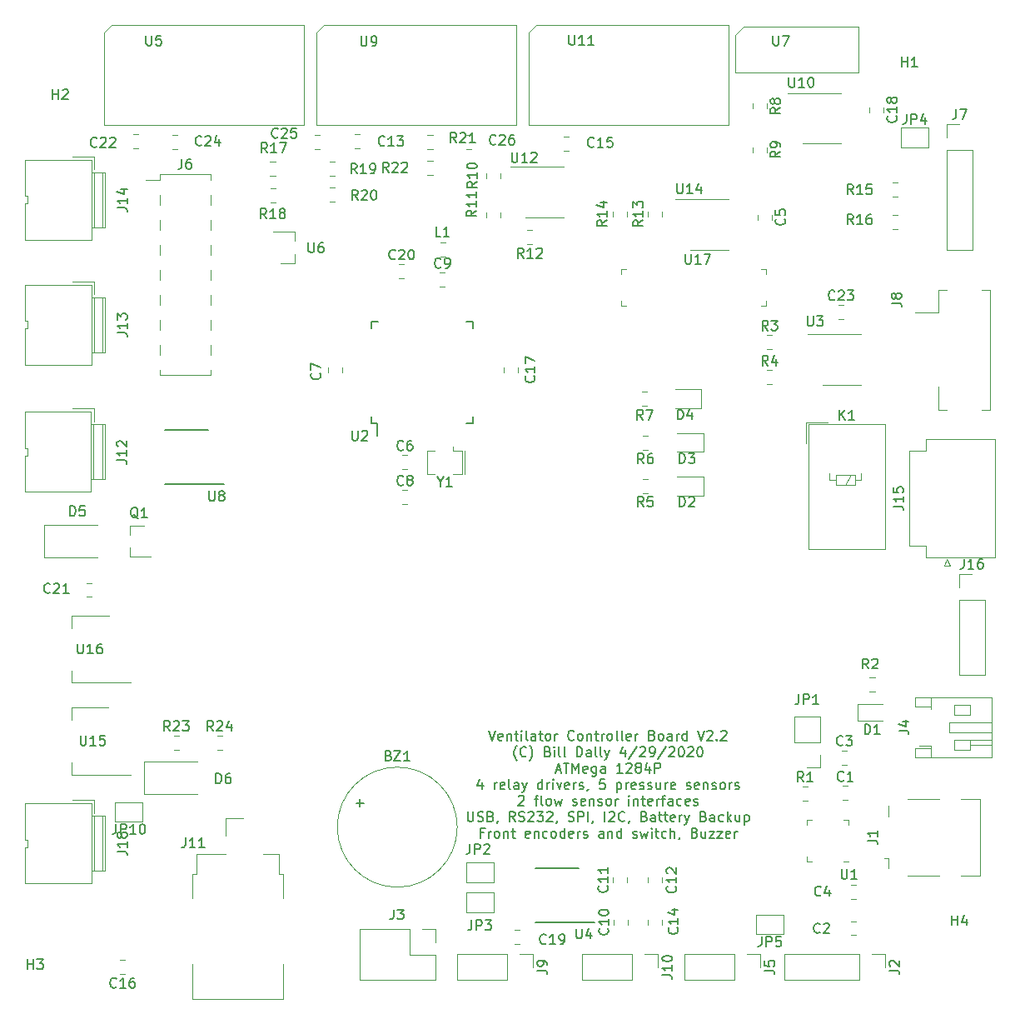
<source format=gbr>
G04 #@! TF.GenerationSoftware,KiCad,Pcbnew,(5.1.4-0-10_14)*
G04 #@! TF.CreationDate,2020-04-29T09:46:46-07:00*
G04 #@! TF.ProjectId,Vent,56656e74-2e6b-4696-9361-645f70636258,rev?*
G04 #@! TF.SameCoordinates,Original*
G04 #@! TF.FileFunction,Legend,Top*
G04 #@! TF.FilePolarity,Positive*
%FSLAX46Y46*%
G04 Gerber Fmt 4.6, Leading zero omitted, Abs format (unit mm)*
G04 Created by KiCad (PCBNEW (5.1.4-0-10_14)) date 2020-04-29 09:46:46*
%MOMM*%
%LPD*%
G04 APERTURE LIST*
%ADD10C,0.150000*%
%ADD11C,0.120000*%
%ADD12C,0.100000*%
G04 APERTURE END LIST*
D10*
X98194742Y-99658380D02*
X98528076Y-100658380D01*
X98861409Y-99658380D01*
X99575695Y-100610761D02*
X99480457Y-100658380D01*
X99289980Y-100658380D01*
X99194742Y-100610761D01*
X99147123Y-100515523D01*
X99147123Y-100134571D01*
X99194742Y-100039333D01*
X99289980Y-99991714D01*
X99480457Y-99991714D01*
X99575695Y-100039333D01*
X99623314Y-100134571D01*
X99623314Y-100229809D01*
X99147123Y-100325047D01*
X100051885Y-99991714D02*
X100051885Y-100658380D01*
X100051885Y-100086952D02*
X100099504Y-100039333D01*
X100194742Y-99991714D01*
X100337600Y-99991714D01*
X100432838Y-100039333D01*
X100480457Y-100134571D01*
X100480457Y-100658380D01*
X100813790Y-99991714D02*
X101194742Y-99991714D01*
X100956647Y-99658380D02*
X100956647Y-100515523D01*
X101004266Y-100610761D01*
X101099504Y-100658380D01*
X101194742Y-100658380D01*
X101528076Y-100658380D02*
X101528076Y-99991714D01*
X101528076Y-99658380D02*
X101480457Y-99706000D01*
X101528076Y-99753619D01*
X101575695Y-99706000D01*
X101528076Y-99658380D01*
X101528076Y-99753619D01*
X102147123Y-100658380D02*
X102051885Y-100610761D01*
X102004266Y-100515523D01*
X102004266Y-99658380D01*
X102956647Y-100658380D02*
X102956647Y-100134571D01*
X102909028Y-100039333D01*
X102813790Y-99991714D01*
X102623314Y-99991714D01*
X102528076Y-100039333D01*
X102956647Y-100610761D02*
X102861409Y-100658380D01*
X102623314Y-100658380D01*
X102528076Y-100610761D01*
X102480457Y-100515523D01*
X102480457Y-100420285D01*
X102528076Y-100325047D01*
X102623314Y-100277428D01*
X102861409Y-100277428D01*
X102956647Y-100229809D01*
X103289980Y-99991714D02*
X103670933Y-99991714D01*
X103432838Y-99658380D02*
X103432838Y-100515523D01*
X103480457Y-100610761D01*
X103575695Y-100658380D01*
X103670933Y-100658380D01*
X104147123Y-100658380D02*
X104051885Y-100610761D01*
X104004266Y-100563142D01*
X103956647Y-100467904D01*
X103956647Y-100182190D01*
X104004266Y-100086952D01*
X104051885Y-100039333D01*
X104147123Y-99991714D01*
X104289980Y-99991714D01*
X104385219Y-100039333D01*
X104432838Y-100086952D01*
X104480457Y-100182190D01*
X104480457Y-100467904D01*
X104432838Y-100563142D01*
X104385219Y-100610761D01*
X104289980Y-100658380D01*
X104147123Y-100658380D01*
X104909028Y-100658380D02*
X104909028Y-99991714D01*
X104909028Y-100182190D02*
X104956647Y-100086952D01*
X105004266Y-100039333D01*
X105099504Y-99991714D01*
X105194742Y-99991714D01*
X106861409Y-100563142D02*
X106813790Y-100610761D01*
X106670933Y-100658380D01*
X106575695Y-100658380D01*
X106432838Y-100610761D01*
X106337600Y-100515523D01*
X106289980Y-100420285D01*
X106242361Y-100229809D01*
X106242361Y-100086952D01*
X106289980Y-99896476D01*
X106337600Y-99801238D01*
X106432838Y-99706000D01*
X106575695Y-99658380D01*
X106670933Y-99658380D01*
X106813790Y-99706000D01*
X106861409Y-99753619D01*
X107432838Y-100658380D02*
X107337600Y-100610761D01*
X107289980Y-100563142D01*
X107242361Y-100467904D01*
X107242361Y-100182190D01*
X107289980Y-100086952D01*
X107337600Y-100039333D01*
X107432838Y-99991714D01*
X107575695Y-99991714D01*
X107670933Y-100039333D01*
X107718552Y-100086952D01*
X107766171Y-100182190D01*
X107766171Y-100467904D01*
X107718552Y-100563142D01*
X107670933Y-100610761D01*
X107575695Y-100658380D01*
X107432838Y-100658380D01*
X108194742Y-99991714D02*
X108194742Y-100658380D01*
X108194742Y-100086952D02*
X108242361Y-100039333D01*
X108337600Y-99991714D01*
X108480457Y-99991714D01*
X108575695Y-100039333D01*
X108623314Y-100134571D01*
X108623314Y-100658380D01*
X108956647Y-99991714D02*
X109337600Y-99991714D01*
X109099504Y-99658380D02*
X109099504Y-100515523D01*
X109147123Y-100610761D01*
X109242361Y-100658380D01*
X109337600Y-100658380D01*
X109670933Y-100658380D02*
X109670933Y-99991714D01*
X109670933Y-100182190D02*
X109718552Y-100086952D01*
X109766171Y-100039333D01*
X109861409Y-99991714D01*
X109956647Y-99991714D01*
X110432838Y-100658380D02*
X110337600Y-100610761D01*
X110289980Y-100563142D01*
X110242361Y-100467904D01*
X110242361Y-100182190D01*
X110289980Y-100086952D01*
X110337600Y-100039333D01*
X110432838Y-99991714D01*
X110575695Y-99991714D01*
X110670933Y-100039333D01*
X110718552Y-100086952D01*
X110766171Y-100182190D01*
X110766171Y-100467904D01*
X110718552Y-100563142D01*
X110670933Y-100610761D01*
X110575695Y-100658380D01*
X110432838Y-100658380D01*
X111337600Y-100658380D02*
X111242361Y-100610761D01*
X111194742Y-100515523D01*
X111194742Y-99658380D01*
X111861409Y-100658380D02*
X111766171Y-100610761D01*
X111718552Y-100515523D01*
X111718552Y-99658380D01*
X112623314Y-100610761D02*
X112528076Y-100658380D01*
X112337600Y-100658380D01*
X112242361Y-100610761D01*
X112194742Y-100515523D01*
X112194742Y-100134571D01*
X112242361Y-100039333D01*
X112337600Y-99991714D01*
X112528076Y-99991714D01*
X112623314Y-100039333D01*
X112670933Y-100134571D01*
X112670933Y-100229809D01*
X112194742Y-100325047D01*
X113099504Y-100658380D02*
X113099504Y-99991714D01*
X113099504Y-100182190D02*
X113147123Y-100086952D01*
X113194742Y-100039333D01*
X113289980Y-99991714D01*
X113385219Y-99991714D01*
X114813790Y-100134571D02*
X114956647Y-100182190D01*
X115004266Y-100229809D01*
X115051885Y-100325047D01*
X115051885Y-100467904D01*
X115004266Y-100563142D01*
X114956647Y-100610761D01*
X114861409Y-100658380D01*
X114480457Y-100658380D01*
X114480457Y-99658380D01*
X114813790Y-99658380D01*
X114909028Y-99706000D01*
X114956647Y-99753619D01*
X115004266Y-99848857D01*
X115004266Y-99944095D01*
X114956647Y-100039333D01*
X114909028Y-100086952D01*
X114813790Y-100134571D01*
X114480457Y-100134571D01*
X115623314Y-100658380D02*
X115528076Y-100610761D01*
X115480457Y-100563142D01*
X115432838Y-100467904D01*
X115432838Y-100182190D01*
X115480457Y-100086952D01*
X115528076Y-100039333D01*
X115623314Y-99991714D01*
X115766171Y-99991714D01*
X115861409Y-100039333D01*
X115909028Y-100086952D01*
X115956647Y-100182190D01*
X115956647Y-100467904D01*
X115909028Y-100563142D01*
X115861409Y-100610761D01*
X115766171Y-100658380D01*
X115623314Y-100658380D01*
X116813790Y-100658380D02*
X116813790Y-100134571D01*
X116766171Y-100039333D01*
X116670933Y-99991714D01*
X116480457Y-99991714D01*
X116385219Y-100039333D01*
X116813790Y-100610761D02*
X116718552Y-100658380D01*
X116480457Y-100658380D01*
X116385219Y-100610761D01*
X116337600Y-100515523D01*
X116337600Y-100420285D01*
X116385219Y-100325047D01*
X116480457Y-100277428D01*
X116718552Y-100277428D01*
X116813790Y-100229809D01*
X117289980Y-100658380D02*
X117289980Y-99991714D01*
X117289980Y-100182190D02*
X117337600Y-100086952D01*
X117385219Y-100039333D01*
X117480457Y-99991714D01*
X117575695Y-99991714D01*
X118337600Y-100658380D02*
X118337600Y-99658380D01*
X118337600Y-100610761D02*
X118242361Y-100658380D01*
X118051885Y-100658380D01*
X117956647Y-100610761D01*
X117909028Y-100563142D01*
X117861409Y-100467904D01*
X117861409Y-100182190D01*
X117909028Y-100086952D01*
X117956647Y-100039333D01*
X118051885Y-99991714D01*
X118242361Y-99991714D01*
X118337600Y-100039333D01*
X119432838Y-99658380D02*
X119766171Y-100658380D01*
X120099504Y-99658380D01*
X120385219Y-99753619D02*
X120432838Y-99706000D01*
X120528076Y-99658380D01*
X120766171Y-99658380D01*
X120861409Y-99706000D01*
X120909028Y-99753619D01*
X120956647Y-99848857D01*
X120956647Y-99944095D01*
X120909028Y-100086952D01*
X120337600Y-100658380D01*
X120956647Y-100658380D01*
X121385219Y-100563142D02*
X121432838Y-100610761D01*
X121385219Y-100658380D01*
X121337600Y-100610761D01*
X121385219Y-100563142D01*
X121385219Y-100658380D01*
X121813790Y-99753619D02*
X121861409Y-99706000D01*
X121956647Y-99658380D01*
X122194742Y-99658380D01*
X122289980Y-99706000D01*
X122337600Y-99753619D01*
X122385219Y-99848857D01*
X122385219Y-99944095D01*
X122337600Y-100086952D01*
X121766171Y-100658380D01*
X122385219Y-100658380D01*
X101051885Y-102689333D02*
X101004266Y-102641714D01*
X100909028Y-102498857D01*
X100861409Y-102403619D01*
X100813790Y-102260761D01*
X100766171Y-102022666D01*
X100766171Y-101832190D01*
X100813790Y-101594095D01*
X100861409Y-101451238D01*
X100909028Y-101356000D01*
X101004266Y-101213142D01*
X101051885Y-101165523D01*
X102004266Y-102213142D02*
X101956647Y-102260761D01*
X101813790Y-102308380D01*
X101718552Y-102308380D01*
X101575695Y-102260761D01*
X101480457Y-102165523D01*
X101432838Y-102070285D01*
X101385219Y-101879809D01*
X101385219Y-101736952D01*
X101432838Y-101546476D01*
X101480457Y-101451238D01*
X101575695Y-101356000D01*
X101718552Y-101308380D01*
X101813790Y-101308380D01*
X101956647Y-101356000D01*
X102004266Y-101403619D01*
X102337600Y-102689333D02*
X102385219Y-102641714D01*
X102480457Y-102498857D01*
X102528076Y-102403619D01*
X102575695Y-102260761D01*
X102623314Y-102022666D01*
X102623314Y-101832190D01*
X102575695Y-101594095D01*
X102528076Y-101451238D01*
X102480457Y-101356000D01*
X102385219Y-101213142D01*
X102337600Y-101165523D01*
X104194742Y-101784571D02*
X104337600Y-101832190D01*
X104385219Y-101879809D01*
X104432838Y-101975047D01*
X104432838Y-102117904D01*
X104385219Y-102213142D01*
X104337600Y-102260761D01*
X104242361Y-102308380D01*
X103861409Y-102308380D01*
X103861409Y-101308380D01*
X104194742Y-101308380D01*
X104289980Y-101356000D01*
X104337600Y-101403619D01*
X104385219Y-101498857D01*
X104385219Y-101594095D01*
X104337600Y-101689333D01*
X104289980Y-101736952D01*
X104194742Y-101784571D01*
X103861409Y-101784571D01*
X104861409Y-102308380D02*
X104861409Y-101641714D01*
X104861409Y-101308380D02*
X104813790Y-101356000D01*
X104861409Y-101403619D01*
X104909028Y-101356000D01*
X104861409Y-101308380D01*
X104861409Y-101403619D01*
X105480457Y-102308380D02*
X105385219Y-102260761D01*
X105337600Y-102165523D01*
X105337600Y-101308380D01*
X106004266Y-102308380D02*
X105909028Y-102260761D01*
X105861409Y-102165523D01*
X105861409Y-101308380D01*
X107147123Y-102308380D02*
X107147123Y-101308380D01*
X107385219Y-101308380D01*
X107528076Y-101356000D01*
X107623314Y-101451238D01*
X107670933Y-101546476D01*
X107718552Y-101736952D01*
X107718552Y-101879809D01*
X107670933Y-102070285D01*
X107623314Y-102165523D01*
X107528076Y-102260761D01*
X107385219Y-102308380D01*
X107147123Y-102308380D01*
X108575695Y-102308380D02*
X108575695Y-101784571D01*
X108528076Y-101689333D01*
X108432838Y-101641714D01*
X108242361Y-101641714D01*
X108147123Y-101689333D01*
X108575695Y-102260761D02*
X108480457Y-102308380D01*
X108242361Y-102308380D01*
X108147123Y-102260761D01*
X108099504Y-102165523D01*
X108099504Y-102070285D01*
X108147123Y-101975047D01*
X108242361Y-101927428D01*
X108480457Y-101927428D01*
X108575695Y-101879809D01*
X109194742Y-102308380D02*
X109099504Y-102260761D01*
X109051885Y-102165523D01*
X109051885Y-101308380D01*
X109718552Y-102308380D02*
X109623314Y-102260761D01*
X109575695Y-102165523D01*
X109575695Y-101308380D01*
X110004266Y-101641714D02*
X110242361Y-102308380D01*
X110480457Y-101641714D02*
X110242361Y-102308380D01*
X110147123Y-102546476D01*
X110099504Y-102594095D01*
X110004266Y-102641714D01*
X112051885Y-101641714D02*
X112051885Y-102308380D01*
X111813790Y-101260761D02*
X111575695Y-101975047D01*
X112194742Y-101975047D01*
X113289980Y-101260761D02*
X112432838Y-102546476D01*
X113575695Y-101403619D02*
X113623314Y-101356000D01*
X113718552Y-101308380D01*
X113956647Y-101308380D01*
X114051885Y-101356000D01*
X114099504Y-101403619D01*
X114147123Y-101498857D01*
X114147123Y-101594095D01*
X114099504Y-101736952D01*
X113528076Y-102308380D01*
X114147123Y-102308380D01*
X114623314Y-102308380D02*
X114813790Y-102308380D01*
X114909028Y-102260761D01*
X114956647Y-102213142D01*
X115051885Y-102070285D01*
X115099504Y-101879809D01*
X115099504Y-101498857D01*
X115051885Y-101403619D01*
X115004266Y-101356000D01*
X114909028Y-101308380D01*
X114718552Y-101308380D01*
X114623314Y-101356000D01*
X114575695Y-101403619D01*
X114528076Y-101498857D01*
X114528076Y-101736952D01*
X114575695Y-101832190D01*
X114623314Y-101879809D01*
X114718552Y-101927428D01*
X114909028Y-101927428D01*
X115004266Y-101879809D01*
X115051885Y-101832190D01*
X115099504Y-101736952D01*
X116242361Y-101260761D02*
X115385219Y-102546476D01*
X116528076Y-101403619D02*
X116575695Y-101356000D01*
X116670933Y-101308380D01*
X116909028Y-101308380D01*
X117004266Y-101356000D01*
X117051885Y-101403619D01*
X117099504Y-101498857D01*
X117099504Y-101594095D01*
X117051885Y-101736952D01*
X116480457Y-102308380D01*
X117099504Y-102308380D01*
X117718552Y-101308380D02*
X117813790Y-101308380D01*
X117909028Y-101356000D01*
X117956647Y-101403619D01*
X118004266Y-101498857D01*
X118051885Y-101689333D01*
X118051885Y-101927428D01*
X118004266Y-102117904D01*
X117956647Y-102213142D01*
X117909028Y-102260761D01*
X117813790Y-102308380D01*
X117718552Y-102308380D01*
X117623314Y-102260761D01*
X117575695Y-102213142D01*
X117528076Y-102117904D01*
X117480457Y-101927428D01*
X117480457Y-101689333D01*
X117528076Y-101498857D01*
X117575695Y-101403619D01*
X117623314Y-101356000D01*
X117718552Y-101308380D01*
X118432838Y-101403619D02*
X118480457Y-101356000D01*
X118575695Y-101308380D01*
X118813790Y-101308380D01*
X118909028Y-101356000D01*
X118956647Y-101403619D01*
X119004266Y-101498857D01*
X119004266Y-101594095D01*
X118956647Y-101736952D01*
X118385219Y-102308380D01*
X119004266Y-102308380D01*
X119623314Y-101308380D02*
X119718552Y-101308380D01*
X119813790Y-101356000D01*
X119861409Y-101403619D01*
X119909028Y-101498857D01*
X119956647Y-101689333D01*
X119956647Y-101927428D01*
X119909028Y-102117904D01*
X119861409Y-102213142D01*
X119813790Y-102260761D01*
X119718552Y-102308380D01*
X119623314Y-102308380D01*
X119528076Y-102260761D01*
X119480457Y-102213142D01*
X119432838Y-102117904D01*
X119385219Y-101927428D01*
X119385219Y-101689333D01*
X119432838Y-101498857D01*
X119480457Y-101403619D01*
X119528076Y-101356000D01*
X119623314Y-101308380D01*
X105028076Y-103672666D02*
X105504266Y-103672666D01*
X104932838Y-103958380D02*
X105266171Y-102958380D01*
X105599504Y-103958380D01*
X105789980Y-102958380D02*
X106361409Y-102958380D01*
X106075695Y-103958380D02*
X106075695Y-102958380D01*
X106694742Y-103958380D02*
X106694742Y-102958380D01*
X107028076Y-103672666D01*
X107361409Y-102958380D01*
X107361409Y-103958380D01*
X108218552Y-103910761D02*
X108123314Y-103958380D01*
X107932838Y-103958380D01*
X107837600Y-103910761D01*
X107789980Y-103815523D01*
X107789980Y-103434571D01*
X107837600Y-103339333D01*
X107932838Y-103291714D01*
X108123314Y-103291714D01*
X108218552Y-103339333D01*
X108266171Y-103434571D01*
X108266171Y-103529809D01*
X107789980Y-103625047D01*
X109123314Y-103291714D02*
X109123314Y-104101238D01*
X109075695Y-104196476D01*
X109028076Y-104244095D01*
X108932838Y-104291714D01*
X108789980Y-104291714D01*
X108694742Y-104244095D01*
X109123314Y-103910761D02*
X109028076Y-103958380D01*
X108837600Y-103958380D01*
X108742361Y-103910761D01*
X108694742Y-103863142D01*
X108647123Y-103767904D01*
X108647123Y-103482190D01*
X108694742Y-103386952D01*
X108742361Y-103339333D01*
X108837600Y-103291714D01*
X109028076Y-103291714D01*
X109123314Y-103339333D01*
X110028076Y-103958380D02*
X110028076Y-103434571D01*
X109980457Y-103339333D01*
X109885219Y-103291714D01*
X109694742Y-103291714D01*
X109599504Y-103339333D01*
X110028076Y-103910761D02*
X109932838Y-103958380D01*
X109694742Y-103958380D01*
X109599504Y-103910761D01*
X109551885Y-103815523D01*
X109551885Y-103720285D01*
X109599504Y-103625047D01*
X109694742Y-103577428D01*
X109932838Y-103577428D01*
X110028076Y-103529809D01*
X111789980Y-103958380D02*
X111218552Y-103958380D01*
X111504266Y-103958380D02*
X111504266Y-102958380D01*
X111409028Y-103101238D01*
X111313790Y-103196476D01*
X111218552Y-103244095D01*
X112170933Y-103053619D02*
X112218552Y-103006000D01*
X112313790Y-102958380D01*
X112551885Y-102958380D01*
X112647123Y-103006000D01*
X112694742Y-103053619D01*
X112742361Y-103148857D01*
X112742361Y-103244095D01*
X112694742Y-103386952D01*
X112123314Y-103958380D01*
X112742361Y-103958380D01*
X113313790Y-103386952D02*
X113218552Y-103339333D01*
X113170933Y-103291714D01*
X113123314Y-103196476D01*
X113123314Y-103148857D01*
X113170933Y-103053619D01*
X113218552Y-103006000D01*
X113313790Y-102958380D01*
X113504266Y-102958380D01*
X113599504Y-103006000D01*
X113647123Y-103053619D01*
X113694742Y-103148857D01*
X113694742Y-103196476D01*
X113647123Y-103291714D01*
X113599504Y-103339333D01*
X113504266Y-103386952D01*
X113313790Y-103386952D01*
X113218552Y-103434571D01*
X113170933Y-103482190D01*
X113123314Y-103577428D01*
X113123314Y-103767904D01*
X113170933Y-103863142D01*
X113218552Y-103910761D01*
X113313790Y-103958380D01*
X113504266Y-103958380D01*
X113599504Y-103910761D01*
X113647123Y-103863142D01*
X113694742Y-103767904D01*
X113694742Y-103577428D01*
X113647123Y-103482190D01*
X113599504Y-103434571D01*
X113504266Y-103386952D01*
X114551885Y-103291714D02*
X114551885Y-103958380D01*
X114313790Y-102910761D02*
X114075695Y-103625047D01*
X114694742Y-103625047D01*
X115075695Y-103958380D02*
X115075695Y-102958380D01*
X115456647Y-102958380D01*
X115551885Y-103006000D01*
X115599504Y-103053619D01*
X115647123Y-103148857D01*
X115647123Y-103291714D01*
X115599504Y-103386952D01*
X115551885Y-103434571D01*
X115456647Y-103482190D01*
X115075695Y-103482190D01*
X97504266Y-104941714D02*
X97504266Y-105608380D01*
X97266171Y-104560761D02*
X97028076Y-105275047D01*
X97647123Y-105275047D01*
X98789980Y-105608380D02*
X98789980Y-104941714D01*
X98789980Y-105132190D02*
X98837600Y-105036952D01*
X98885219Y-104989333D01*
X98980457Y-104941714D01*
X99075695Y-104941714D01*
X99789980Y-105560761D02*
X99694742Y-105608380D01*
X99504266Y-105608380D01*
X99409028Y-105560761D01*
X99361409Y-105465523D01*
X99361409Y-105084571D01*
X99409028Y-104989333D01*
X99504266Y-104941714D01*
X99694742Y-104941714D01*
X99789980Y-104989333D01*
X99837600Y-105084571D01*
X99837600Y-105179809D01*
X99361409Y-105275047D01*
X100409028Y-105608380D02*
X100313790Y-105560761D01*
X100266171Y-105465523D01*
X100266171Y-104608380D01*
X101218552Y-105608380D02*
X101218552Y-105084571D01*
X101170933Y-104989333D01*
X101075695Y-104941714D01*
X100885219Y-104941714D01*
X100789980Y-104989333D01*
X101218552Y-105560761D02*
X101123314Y-105608380D01*
X100885219Y-105608380D01*
X100789980Y-105560761D01*
X100742361Y-105465523D01*
X100742361Y-105370285D01*
X100789980Y-105275047D01*
X100885219Y-105227428D01*
X101123314Y-105227428D01*
X101218552Y-105179809D01*
X101599504Y-104941714D02*
X101837600Y-105608380D01*
X102075695Y-104941714D02*
X101837600Y-105608380D01*
X101742361Y-105846476D01*
X101694742Y-105894095D01*
X101599504Y-105941714D01*
X103647123Y-105608380D02*
X103647123Y-104608380D01*
X103647123Y-105560761D02*
X103551885Y-105608380D01*
X103361409Y-105608380D01*
X103266171Y-105560761D01*
X103218552Y-105513142D01*
X103170933Y-105417904D01*
X103170933Y-105132190D01*
X103218552Y-105036952D01*
X103266171Y-104989333D01*
X103361409Y-104941714D01*
X103551885Y-104941714D01*
X103647123Y-104989333D01*
X104123314Y-105608380D02*
X104123314Y-104941714D01*
X104123314Y-105132190D02*
X104170933Y-105036952D01*
X104218552Y-104989333D01*
X104313790Y-104941714D01*
X104409028Y-104941714D01*
X104742361Y-105608380D02*
X104742361Y-104941714D01*
X104742361Y-104608380D02*
X104694742Y-104656000D01*
X104742361Y-104703619D01*
X104789980Y-104656000D01*
X104742361Y-104608380D01*
X104742361Y-104703619D01*
X105123314Y-104941714D02*
X105361409Y-105608380D01*
X105599504Y-104941714D01*
X106361409Y-105560761D02*
X106266171Y-105608380D01*
X106075695Y-105608380D01*
X105980457Y-105560761D01*
X105932838Y-105465523D01*
X105932838Y-105084571D01*
X105980457Y-104989333D01*
X106075695Y-104941714D01*
X106266171Y-104941714D01*
X106361409Y-104989333D01*
X106409028Y-105084571D01*
X106409028Y-105179809D01*
X105932838Y-105275047D01*
X106837600Y-105608380D02*
X106837600Y-104941714D01*
X106837600Y-105132190D02*
X106885219Y-105036952D01*
X106932838Y-104989333D01*
X107028076Y-104941714D01*
X107123314Y-104941714D01*
X107409028Y-105560761D02*
X107504266Y-105608380D01*
X107694742Y-105608380D01*
X107789980Y-105560761D01*
X107837600Y-105465523D01*
X107837600Y-105417904D01*
X107789980Y-105322666D01*
X107694742Y-105275047D01*
X107551885Y-105275047D01*
X107456647Y-105227428D01*
X107409028Y-105132190D01*
X107409028Y-105084571D01*
X107456647Y-104989333D01*
X107551885Y-104941714D01*
X107694742Y-104941714D01*
X107789980Y-104989333D01*
X108313790Y-105560761D02*
X108313790Y-105608380D01*
X108266171Y-105703619D01*
X108218552Y-105751238D01*
X109980457Y-104608380D02*
X109504266Y-104608380D01*
X109456647Y-105084571D01*
X109504266Y-105036952D01*
X109599504Y-104989333D01*
X109837600Y-104989333D01*
X109932838Y-105036952D01*
X109980457Y-105084571D01*
X110028076Y-105179809D01*
X110028076Y-105417904D01*
X109980457Y-105513142D01*
X109932838Y-105560761D01*
X109837600Y-105608380D01*
X109599504Y-105608380D01*
X109504266Y-105560761D01*
X109456647Y-105513142D01*
X111218552Y-104941714D02*
X111218552Y-105941714D01*
X111218552Y-104989333D02*
X111313790Y-104941714D01*
X111504266Y-104941714D01*
X111599504Y-104989333D01*
X111647123Y-105036952D01*
X111694742Y-105132190D01*
X111694742Y-105417904D01*
X111647123Y-105513142D01*
X111599504Y-105560761D01*
X111504266Y-105608380D01*
X111313790Y-105608380D01*
X111218552Y-105560761D01*
X112123314Y-105608380D02*
X112123314Y-104941714D01*
X112123314Y-105132190D02*
X112170933Y-105036952D01*
X112218552Y-104989333D01*
X112313790Y-104941714D01*
X112409028Y-104941714D01*
X113123314Y-105560761D02*
X113028076Y-105608380D01*
X112837600Y-105608380D01*
X112742361Y-105560761D01*
X112694742Y-105465523D01*
X112694742Y-105084571D01*
X112742361Y-104989333D01*
X112837600Y-104941714D01*
X113028076Y-104941714D01*
X113123314Y-104989333D01*
X113170933Y-105084571D01*
X113170933Y-105179809D01*
X112694742Y-105275047D01*
X113551885Y-105560761D02*
X113647123Y-105608380D01*
X113837600Y-105608380D01*
X113932838Y-105560761D01*
X113980457Y-105465523D01*
X113980457Y-105417904D01*
X113932838Y-105322666D01*
X113837600Y-105275047D01*
X113694742Y-105275047D01*
X113599504Y-105227428D01*
X113551885Y-105132190D01*
X113551885Y-105084571D01*
X113599504Y-104989333D01*
X113694742Y-104941714D01*
X113837600Y-104941714D01*
X113932838Y-104989333D01*
X114361409Y-105560761D02*
X114456647Y-105608380D01*
X114647123Y-105608380D01*
X114742361Y-105560761D01*
X114789980Y-105465523D01*
X114789980Y-105417904D01*
X114742361Y-105322666D01*
X114647123Y-105275047D01*
X114504266Y-105275047D01*
X114409028Y-105227428D01*
X114361409Y-105132190D01*
X114361409Y-105084571D01*
X114409028Y-104989333D01*
X114504266Y-104941714D01*
X114647123Y-104941714D01*
X114742361Y-104989333D01*
X115647123Y-104941714D02*
X115647123Y-105608380D01*
X115218552Y-104941714D02*
X115218552Y-105465523D01*
X115266171Y-105560761D01*
X115361409Y-105608380D01*
X115504266Y-105608380D01*
X115599504Y-105560761D01*
X115647123Y-105513142D01*
X116123314Y-105608380D02*
X116123314Y-104941714D01*
X116123314Y-105132190D02*
X116170933Y-105036952D01*
X116218552Y-104989333D01*
X116313790Y-104941714D01*
X116409028Y-104941714D01*
X117123314Y-105560761D02*
X117028076Y-105608380D01*
X116837600Y-105608380D01*
X116742361Y-105560761D01*
X116694742Y-105465523D01*
X116694742Y-105084571D01*
X116742361Y-104989333D01*
X116837600Y-104941714D01*
X117028076Y-104941714D01*
X117123314Y-104989333D01*
X117170933Y-105084571D01*
X117170933Y-105179809D01*
X116694742Y-105275047D01*
X118313790Y-105560761D02*
X118409028Y-105608380D01*
X118599504Y-105608380D01*
X118694742Y-105560761D01*
X118742361Y-105465523D01*
X118742361Y-105417904D01*
X118694742Y-105322666D01*
X118599504Y-105275047D01*
X118456647Y-105275047D01*
X118361409Y-105227428D01*
X118313790Y-105132190D01*
X118313790Y-105084571D01*
X118361409Y-104989333D01*
X118456647Y-104941714D01*
X118599504Y-104941714D01*
X118694742Y-104989333D01*
X119551885Y-105560761D02*
X119456647Y-105608380D01*
X119266171Y-105608380D01*
X119170933Y-105560761D01*
X119123314Y-105465523D01*
X119123314Y-105084571D01*
X119170933Y-104989333D01*
X119266171Y-104941714D01*
X119456647Y-104941714D01*
X119551885Y-104989333D01*
X119599504Y-105084571D01*
X119599504Y-105179809D01*
X119123314Y-105275047D01*
X120028076Y-104941714D02*
X120028076Y-105608380D01*
X120028076Y-105036952D02*
X120075695Y-104989333D01*
X120170933Y-104941714D01*
X120313790Y-104941714D01*
X120409028Y-104989333D01*
X120456647Y-105084571D01*
X120456647Y-105608380D01*
X120885219Y-105560761D02*
X120980457Y-105608380D01*
X121170933Y-105608380D01*
X121266171Y-105560761D01*
X121313790Y-105465523D01*
X121313790Y-105417904D01*
X121266171Y-105322666D01*
X121170933Y-105275047D01*
X121028076Y-105275047D01*
X120932838Y-105227428D01*
X120885219Y-105132190D01*
X120885219Y-105084571D01*
X120932838Y-104989333D01*
X121028076Y-104941714D01*
X121170933Y-104941714D01*
X121266171Y-104989333D01*
X121885219Y-105608380D02*
X121789980Y-105560761D01*
X121742361Y-105513142D01*
X121694742Y-105417904D01*
X121694742Y-105132190D01*
X121742361Y-105036952D01*
X121789980Y-104989333D01*
X121885219Y-104941714D01*
X122028076Y-104941714D01*
X122123314Y-104989333D01*
X122170933Y-105036952D01*
X122218552Y-105132190D01*
X122218552Y-105417904D01*
X122170933Y-105513142D01*
X122123314Y-105560761D01*
X122028076Y-105608380D01*
X121885219Y-105608380D01*
X122647123Y-105608380D02*
X122647123Y-104941714D01*
X122647123Y-105132190D02*
X122694742Y-105036952D01*
X122742361Y-104989333D01*
X122837600Y-104941714D01*
X122932838Y-104941714D01*
X123218552Y-105560761D02*
X123313790Y-105608380D01*
X123504266Y-105608380D01*
X123599504Y-105560761D01*
X123647123Y-105465523D01*
X123647123Y-105417904D01*
X123599504Y-105322666D01*
X123504266Y-105275047D01*
X123361409Y-105275047D01*
X123266171Y-105227428D01*
X123218552Y-105132190D01*
X123218552Y-105084571D01*
X123266171Y-104989333D01*
X123361409Y-104941714D01*
X123504266Y-104941714D01*
X123599504Y-104989333D01*
X101218552Y-106353619D02*
X101266171Y-106306000D01*
X101361409Y-106258380D01*
X101599504Y-106258380D01*
X101694742Y-106306000D01*
X101742361Y-106353619D01*
X101789980Y-106448857D01*
X101789980Y-106544095D01*
X101742361Y-106686952D01*
X101170933Y-107258380D01*
X101789980Y-107258380D01*
X102837600Y-106591714D02*
X103218552Y-106591714D01*
X102980457Y-107258380D02*
X102980457Y-106401238D01*
X103028076Y-106306000D01*
X103123314Y-106258380D01*
X103218552Y-106258380D01*
X103694742Y-107258380D02*
X103599504Y-107210761D01*
X103551885Y-107115523D01*
X103551885Y-106258380D01*
X104218552Y-107258380D02*
X104123314Y-107210761D01*
X104075695Y-107163142D01*
X104028076Y-107067904D01*
X104028076Y-106782190D01*
X104075695Y-106686952D01*
X104123314Y-106639333D01*
X104218552Y-106591714D01*
X104361409Y-106591714D01*
X104456647Y-106639333D01*
X104504266Y-106686952D01*
X104551885Y-106782190D01*
X104551885Y-107067904D01*
X104504266Y-107163142D01*
X104456647Y-107210761D01*
X104361409Y-107258380D01*
X104218552Y-107258380D01*
X104885219Y-106591714D02*
X105075695Y-107258380D01*
X105266171Y-106782190D01*
X105456647Y-107258380D01*
X105647123Y-106591714D01*
X106742361Y-107210761D02*
X106837600Y-107258380D01*
X107028076Y-107258380D01*
X107123314Y-107210761D01*
X107170933Y-107115523D01*
X107170933Y-107067904D01*
X107123314Y-106972666D01*
X107028076Y-106925047D01*
X106885219Y-106925047D01*
X106789980Y-106877428D01*
X106742361Y-106782190D01*
X106742361Y-106734571D01*
X106789980Y-106639333D01*
X106885219Y-106591714D01*
X107028076Y-106591714D01*
X107123314Y-106639333D01*
X107980457Y-107210761D02*
X107885219Y-107258380D01*
X107694742Y-107258380D01*
X107599504Y-107210761D01*
X107551885Y-107115523D01*
X107551885Y-106734571D01*
X107599504Y-106639333D01*
X107694742Y-106591714D01*
X107885219Y-106591714D01*
X107980457Y-106639333D01*
X108028076Y-106734571D01*
X108028076Y-106829809D01*
X107551885Y-106925047D01*
X108456647Y-106591714D02*
X108456647Y-107258380D01*
X108456647Y-106686952D02*
X108504266Y-106639333D01*
X108599504Y-106591714D01*
X108742361Y-106591714D01*
X108837600Y-106639333D01*
X108885219Y-106734571D01*
X108885219Y-107258380D01*
X109313790Y-107210761D02*
X109409028Y-107258380D01*
X109599504Y-107258380D01*
X109694742Y-107210761D01*
X109742361Y-107115523D01*
X109742361Y-107067904D01*
X109694742Y-106972666D01*
X109599504Y-106925047D01*
X109456647Y-106925047D01*
X109361409Y-106877428D01*
X109313790Y-106782190D01*
X109313790Y-106734571D01*
X109361409Y-106639333D01*
X109456647Y-106591714D01*
X109599504Y-106591714D01*
X109694742Y-106639333D01*
X110313790Y-107258380D02*
X110218552Y-107210761D01*
X110170933Y-107163142D01*
X110123314Y-107067904D01*
X110123314Y-106782190D01*
X110170933Y-106686952D01*
X110218552Y-106639333D01*
X110313790Y-106591714D01*
X110456647Y-106591714D01*
X110551885Y-106639333D01*
X110599504Y-106686952D01*
X110647123Y-106782190D01*
X110647123Y-107067904D01*
X110599504Y-107163142D01*
X110551885Y-107210761D01*
X110456647Y-107258380D01*
X110313790Y-107258380D01*
X111075695Y-107258380D02*
X111075695Y-106591714D01*
X111075695Y-106782190D02*
X111123314Y-106686952D01*
X111170933Y-106639333D01*
X111266171Y-106591714D01*
X111361409Y-106591714D01*
X112456647Y-107258380D02*
X112456647Y-106591714D01*
X112456647Y-106258380D02*
X112409028Y-106306000D01*
X112456647Y-106353619D01*
X112504266Y-106306000D01*
X112456647Y-106258380D01*
X112456647Y-106353619D01*
X112932838Y-106591714D02*
X112932838Y-107258380D01*
X112932838Y-106686952D02*
X112980457Y-106639333D01*
X113075695Y-106591714D01*
X113218552Y-106591714D01*
X113313790Y-106639333D01*
X113361409Y-106734571D01*
X113361409Y-107258380D01*
X113694742Y-106591714D02*
X114075695Y-106591714D01*
X113837600Y-106258380D02*
X113837600Y-107115523D01*
X113885219Y-107210761D01*
X113980457Y-107258380D01*
X114075695Y-107258380D01*
X114789980Y-107210761D02*
X114694742Y-107258380D01*
X114504266Y-107258380D01*
X114409028Y-107210761D01*
X114361409Y-107115523D01*
X114361409Y-106734571D01*
X114409028Y-106639333D01*
X114504266Y-106591714D01*
X114694742Y-106591714D01*
X114789980Y-106639333D01*
X114837600Y-106734571D01*
X114837600Y-106829809D01*
X114361409Y-106925047D01*
X115266171Y-107258380D02*
X115266171Y-106591714D01*
X115266171Y-106782190D02*
X115313790Y-106686952D01*
X115361409Y-106639333D01*
X115456647Y-106591714D01*
X115551885Y-106591714D01*
X115742361Y-106591714D02*
X116123314Y-106591714D01*
X115885219Y-107258380D02*
X115885219Y-106401238D01*
X115932838Y-106306000D01*
X116028076Y-106258380D01*
X116123314Y-106258380D01*
X116885219Y-107258380D02*
X116885219Y-106734571D01*
X116837600Y-106639333D01*
X116742361Y-106591714D01*
X116551885Y-106591714D01*
X116456647Y-106639333D01*
X116885219Y-107210761D02*
X116789980Y-107258380D01*
X116551885Y-107258380D01*
X116456647Y-107210761D01*
X116409028Y-107115523D01*
X116409028Y-107020285D01*
X116456647Y-106925047D01*
X116551885Y-106877428D01*
X116789980Y-106877428D01*
X116885219Y-106829809D01*
X117789980Y-107210761D02*
X117694742Y-107258380D01*
X117504266Y-107258380D01*
X117409028Y-107210761D01*
X117361409Y-107163142D01*
X117313790Y-107067904D01*
X117313790Y-106782190D01*
X117361409Y-106686952D01*
X117409028Y-106639333D01*
X117504266Y-106591714D01*
X117694742Y-106591714D01*
X117789980Y-106639333D01*
X118599504Y-107210761D02*
X118504266Y-107258380D01*
X118313790Y-107258380D01*
X118218552Y-107210761D01*
X118170933Y-107115523D01*
X118170933Y-106734571D01*
X118218552Y-106639333D01*
X118313790Y-106591714D01*
X118504266Y-106591714D01*
X118599504Y-106639333D01*
X118647123Y-106734571D01*
X118647123Y-106829809D01*
X118170933Y-106925047D01*
X119028076Y-107210761D02*
X119123314Y-107258380D01*
X119313790Y-107258380D01*
X119409028Y-107210761D01*
X119456647Y-107115523D01*
X119456647Y-107067904D01*
X119409028Y-106972666D01*
X119313790Y-106925047D01*
X119170933Y-106925047D01*
X119075695Y-106877428D01*
X119028076Y-106782190D01*
X119028076Y-106734571D01*
X119075695Y-106639333D01*
X119170933Y-106591714D01*
X119313790Y-106591714D01*
X119409028Y-106639333D01*
X96051885Y-107908380D02*
X96051885Y-108717904D01*
X96099504Y-108813142D01*
X96147123Y-108860761D01*
X96242361Y-108908380D01*
X96432838Y-108908380D01*
X96528076Y-108860761D01*
X96575695Y-108813142D01*
X96623314Y-108717904D01*
X96623314Y-107908380D01*
X97051885Y-108860761D02*
X97194742Y-108908380D01*
X97432838Y-108908380D01*
X97528076Y-108860761D01*
X97575695Y-108813142D01*
X97623314Y-108717904D01*
X97623314Y-108622666D01*
X97575695Y-108527428D01*
X97528076Y-108479809D01*
X97432838Y-108432190D01*
X97242361Y-108384571D01*
X97147123Y-108336952D01*
X97099504Y-108289333D01*
X97051885Y-108194095D01*
X97051885Y-108098857D01*
X97099504Y-108003619D01*
X97147123Y-107956000D01*
X97242361Y-107908380D01*
X97480457Y-107908380D01*
X97623314Y-107956000D01*
X98385219Y-108384571D02*
X98528076Y-108432190D01*
X98575695Y-108479809D01*
X98623314Y-108575047D01*
X98623314Y-108717904D01*
X98575695Y-108813142D01*
X98528076Y-108860761D01*
X98432838Y-108908380D01*
X98051885Y-108908380D01*
X98051885Y-107908380D01*
X98385219Y-107908380D01*
X98480457Y-107956000D01*
X98528076Y-108003619D01*
X98575695Y-108098857D01*
X98575695Y-108194095D01*
X98528076Y-108289333D01*
X98480457Y-108336952D01*
X98385219Y-108384571D01*
X98051885Y-108384571D01*
X99099504Y-108860761D02*
X99099504Y-108908380D01*
X99051885Y-109003619D01*
X99004266Y-109051238D01*
X100861409Y-108908380D02*
X100528076Y-108432190D01*
X100289980Y-108908380D02*
X100289980Y-107908380D01*
X100670933Y-107908380D01*
X100766171Y-107956000D01*
X100813790Y-108003619D01*
X100861409Y-108098857D01*
X100861409Y-108241714D01*
X100813790Y-108336952D01*
X100766171Y-108384571D01*
X100670933Y-108432190D01*
X100289980Y-108432190D01*
X101242361Y-108860761D02*
X101385219Y-108908380D01*
X101623314Y-108908380D01*
X101718552Y-108860761D01*
X101766171Y-108813142D01*
X101813790Y-108717904D01*
X101813790Y-108622666D01*
X101766171Y-108527428D01*
X101718552Y-108479809D01*
X101623314Y-108432190D01*
X101432838Y-108384571D01*
X101337600Y-108336952D01*
X101289980Y-108289333D01*
X101242361Y-108194095D01*
X101242361Y-108098857D01*
X101289980Y-108003619D01*
X101337600Y-107956000D01*
X101432838Y-107908380D01*
X101670933Y-107908380D01*
X101813790Y-107956000D01*
X102194742Y-108003619D02*
X102242361Y-107956000D01*
X102337600Y-107908380D01*
X102575695Y-107908380D01*
X102670933Y-107956000D01*
X102718552Y-108003619D01*
X102766171Y-108098857D01*
X102766171Y-108194095D01*
X102718552Y-108336952D01*
X102147123Y-108908380D01*
X102766171Y-108908380D01*
X103099504Y-107908380D02*
X103718552Y-107908380D01*
X103385219Y-108289333D01*
X103528076Y-108289333D01*
X103623314Y-108336952D01*
X103670933Y-108384571D01*
X103718552Y-108479809D01*
X103718552Y-108717904D01*
X103670933Y-108813142D01*
X103623314Y-108860761D01*
X103528076Y-108908380D01*
X103242361Y-108908380D01*
X103147123Y-108860761D01*
X103099504Y-108813142D01*
X104099504Y-108003619D02*
X104147123Y-107956000D01*
X104242361Y-107908380D01*
X104480457Y-107908380D01*
X104575695Y-107956000D01*
X104623314Y-108003619D01*
X104670933Y-108098857D01*
X104670933Y-108194095D01*
X104623314Y-108336952D01*
X104051885Y-108908380D01*
X104670933Y-108908380D01*
X105147123Y-108860761D02*
X105147123Y-108908380D01*
X105099504Y-109003619D01*
X105051885Y-109051238D01*
X106289980Y-108860761D02*
X106432838Y-108908380D01*
X106670933Y-108908380D01*
X106766171Y-108860761D01*
X106813790Y-108813142D01*
X106861409Y-108717904D01*
X106861409Y-108622666D01*
X106813790Y-108527428D01*
X106766171Y-108479809D01*
X106670933Y-108432190D01*
X106480457Y-108384571D01*
X106385219Y-108336952D01*
X106337600Y-108289333D01*
X106289980Y-108194095D01*
X106289980Y-108098857D01*
X106337600Y-108003619D01*
X106385219Y-107956000D01*
X106480457Y-107908380D01*
X106718552Y-107908380D01*
X106861409Y-107956000D01*
X107289980Y-108908380D02*
X107289980Y-107908380D01*
X107670933Y-107908380D01*
X107766171Y-107956000D01*
X107813790Y-108003619D01*
X107861409Y-108098857D01*
X107861409Y-108241714D01*
X107813790Y-108336952D01*
X107766171Y-108384571D01*
X107670933Y-108432190D01*
X107289980Y-108432190D01*
X108289980Y-108908380D02*
X108289980Y-107908380D01*
X108813790Y-108860761D02*
X108813790Y-108908380D01*
X108766171Y-109003619D01*
X108718552Y-109051238D01*
X110004266Y-108908380D02*
X110004266Y-107908380D01*
X110432838Y-108003619D02*
X110480457Y-107956000D01*
X110575695Y-107908380D01*
X110813790Y-107908380D01*
X110909028Y-107956000D01*
X110956647Y-108003619D01*
X111004266Y-108098857D01*
X111004266Y-108194095D01*
X110956647Y-108336952D01*
X110385219Y-108908380D01*
X111004266Y-108908380D01*
X112004266Y-108813142D02*
X111956647Y-108860761D01*
X111813790Y-108908380D01*
X111718552Y-108908380D01*
X111575695Y-108860761D01*
X111480457Y-108765523D01*
X111432838Y-108670285D01*
X111385219Y-108479809D01*
X111385219Y-108336952D01*
X111432838Y-108146476D01*
X111480457Y-108051238D01*
X111575695Y-107956000D01*
X111718552Y-107908380D01*
X111813790Y-107908380D01*
X111956647Y-107956000D01*
X112004266Y-108003619D01*
X112480457Y-108860761D02*
X112480457Y-108908380D01*
X112432838Y-109003619D01*
X112385219Y-109051238D01*
X114004266Y-108384571D02*
X114147123Y-108432190D01*
X114194742Y-108479809D01*
X114242361Y-108575047D01*
X114242361Y-108717904D01*
X114194742Y-108813142D01*
X114147123Y-108860761D01*
X114051885Y-108908380D01*
X113670933Y-108908380D01*
X113670933Y-107908380D01*
X114004266Y-107908380D01*
X114099504Y-107956000D01*
X114147123Y-108003619D01*
X114194742Y-108098857D01*
X114194742Y-108194095D01*
X114147123Y-108289333D01*
X114099504Y-108336952D01*
X114004266Y-108384571D01*
X113670933Y-108384571D01*
X115099504Y-108908380D02*
X115099504Y-108384571D01*
X115051885Y-108289333D01*
X114956647Y-108241714D01*
X114766171Y-108241714D01*
X114670933Y-108289333D01*
X115099504Y-108860761D02*
X115004266Y-108908380D01*
X114766171Y-108908380D01*
X114670933Y-108860761D01*
X114623314Y-108765523D01*
X114623314Y-108670285D01*
X114670933Y-108575047D01*
X114766171Y-108527428D01*
X115004266Y-108527428D01*
X115099504Y-108479809D01*
X115432838Y-108241714D02*
X115813790Y-108241714D01*
X115575695Y-107908380D02*
X115575695Y-108765523D01*
X115623314Y-108860761D01*
X115718552Y-108908380D01*
X115813790Y-108908380D01*
X116004266Y-108241714D02*
X116385219Y-108241714D01*
X116147123Y-107908380D02*
X116147123Y-108765523D01*
X116194742Y-108860761D01*
X116289980Y-108908380D01*
X116385219Y-108908380D01*
X117099504Y-108860761D02*
X117004266Y-108908380D01*
X116813790Y-108908380D01*
X116718552Y-108860761D01*
X116670933Y-108765523D01*
X116670933Y-108384571D01*
X116718552Y-108289333D01*
X116813790Y-108241714D01*
X117004266Y-108241714D01*
X117099504Y-108289333D01*
X117147123Y-108384571D01*
X117147123Y-108479809D01*
X116670933Y-108575047D01*
X117575695Y-108908380D02*
X117575695Y-108241714D01*
X117575695Y-108432190D02*
X117623314Y-108336952D01*
X117670933Y-108289333D01*
X117766171Y-108241714D01*
X117861409Y-108241714D01*
X118099504Y-108241714D02*
X118337600Y-108908380D01*
X118575695Y-108241714D02*
X118337600Y-108908380D01*
X118242361Y-109146476D01*
X118194742Y-109194095D01*
X118099504Y-109241714D01*
X120051885Y-108384571D02*
X120194742Y-108432190D01*
X120242361Y-108479809D01*
X120289980Y-108575047D01*
X120289980Y-108717904D01*
X120242361Y-108813142D01*
X120194742Y-108860761D01*
X120099504Y-108908380D01*
X119718552Y-108908380D01*
X119718552Y-107908380D01*
X120051885Y-107908380D01*
X120147123Y-107956000D01*
X120194742Y-108003619D01*
X120242361Y-108098857D01*
X120242361Y-108194095D01*
X120194742Y-108289333D01*
X120147123Y-108336952D01*
X120051885Y-108384571D01*
X119718552Y-108384571D01*
X121147123Y-108908380D02*
X121147123Y-108384571D01*
X121099504Y-108289333D01*
X121004266Y-108241714D01*
X120813790Y-108241714D01*
X120718552Y-108289333D01*
X121147123Y-108860761D02*
X121051885Y-108908380D01*
X120813790Y-108908380D01*
X120718552Y-108860761D01*
X120670933Y-108765523D01*
X120670933Y-108670285D01*
X120718552Y-108575047D01*
X120813790Y-108527428D01*
X121051885Y-108527428D01*
X121147123Y-108479809D01*
X122051885Y-108860761D02*
X121956647Y-108908380D01*
X121766171Y-108908380D01*
X121670933Y-108860761D01*
X121623314Y-108813142D01*
X121575695Y-108717904D01*
X121575695Y-108432190D01*
X121623314Y-108336952D01*
X121670933Y-108289333D01*
X121766171Y-108241714D01*
X121956647Y-108241714D01*
X122051885Y-108289333D01*
X122480457Y-108908380D02*
X122480457Y-107908380D01*
X122575695Y-108527428D02*
X122861409Y-108908380D01*
X122861409Y-108241714D02*
X122480457Y-108622666D01*
X123718552Y-108241714D02*
X123718552Y-108908380D01*
X123289980Y-108241714D02*
X123289980Y-108765523D01*
X123337600Y-108860761D01*
X123432838Y-108908380D01*
X123575695Y-108908380D01*
X123670933Y-108860761D01*
X123718552Y-108813142D01*
X124194742Y-108241714D02*
X124194742Y-109241714D01*
X124194742Y-108289333D02*
X124289980Y-108241714D01*
X124480457Y-108241714D01*
X124575695Y-108289333D01*
X124623314Y-108336952D01*
X124670933Y-108432190D01*
X124670933Y-108717904D01*
X124623314Y-108813142D01*
X124575695Y-108860761D01*
X124480457Y-108908380D01*
X124289980Y-108908380D01*
X124194742Y-108860761D01*
X97670933Y-110034571D02*
X97337600Y-110034571D01*
X97337600Y-110558380D02*
X97337600Y-109558380D01*
X97813790Y-109558380D01*
X98194742Y-110558380D02*
X98194742Y-109891714D01*
X98194742Y-110082190D02*
X98242361Y-109986952D01*
X98289980Y-109939333D01*
X98385219Y-109891714D01*
X98480457Y-109891714D01*
X98956647Y-110558380D02*
X98861409Y-110510761D01*
X98813790Y-110463142D01*
X98766171Y-110367904D01*
X98766171Y-110082190D01*
X98813790Y-109986952D01*
X98861409Y-109939333D01*
X98956647Y-109891714D01*
X99099504Y-109891714D01*
X99194742Y-109939333D01*
X99242361Y-109986952D01*
X99289980Y-110082190D01*
X99289980Y-110367904D01*
X99242361Y-110463142D01*
X99194742Y-110510761D01*
X99099504Y-110558380D01*
X98956647Y-110558380D01*
X99718552Y-109891714D02*
X99718552Y-110558380D01*
X99718552Y-109986952D02*
X99766171Y-109939333D01*
X99861409Y-109891714D01*
X100004266Y-109891714D01*
X100099504Y-109939333D01*
X100147123Y-110034571D01*
X100147123Y-110558380D01*
X100480457Y-109891714D02*
X100861409Y-109891714D01*
X100623314Y-109558380D02*
X100623314Y-110415523D01*
X100670933Y-110510761D01*
X100766171Y-110558380D01*
X100861409Y-110558380D01*
X102337600Y-110510761D02*
X102242361Y-110558380D01*
X102051885Y-110558380D01*
X101956647Y-110510761D01*
X101909028Y-110415523D01*
X101909028Y-110034571D01*
X101956647Y-109939333D01*
X102051885Y-109891714D01*
X102242361Y-109891714D01*
X102337600Y-109939333D01*
X102385219Y-110034571D01*
X102385219Y-110129809D01*
X101909028Y-110225047D01*
X102813790Y-109891714D02*
X102813790Y-110558380D01*
X102813790Y-109986952D02*
X102861409Y-109939333D01*
X102956647Y-109891714D01*
X103099504Y-109891714D01*
X103194742Y-109939333D01*
X103242361Y-110034571D01*
X103242361Y-110558380D01*
X104147123Y-110510761D02*
X104051885Y-110558380D01*
X103861409Y-110558380D01*
X103766171Y-110510761D01*
X103718552Y-110463142D01*
X103670933Y-110367904D01*
X103670933Y-110082190D01*
X103718552Y-109986952D01*
X103766171Y-109939333D01*
X103861409Y-109891714D01*
X104051885Y-109891714D01*
X104147123Y-109939333D01*
X104718552Y-110558380D02*
X104623314Y-110510761D01*
X104575695Y-110463142D01*
X104528076Y-110367904D01*
X104528076Y-110082190D01*
X104575695Y-109986952D01*
X104623314Y-109939333D01*
X104718552Y-109891714D01*
X104861409Y-109891714D01*
X104956647Y-109939333D01*
X105004266Y-109986952D01*
X105051885Y-110082190D01*
X105051885Y-110367904D01*
X105004266Y-110463142D01*
X104956647Y-110510761D01*
X104861409Y-110558380D01*
X104718552Y-110558380D01*
X105909028Y-110558380D02*
X105909028Y-109558380D01*
X105909028Y-110510761D02*
X105813790Y-110558380D01*
X105623314Y-110558380D01*
X105528076Y-110510761D01*
X105480457Y-110463142D01*
X105432838Y-110367904D01*
X105432838Y-110082190D01*
X105480457Y-109986952D01*
X105528076Y-109939333D01*
X105623314Y-109891714D01*
X105813790Y-109891714D01*
X105909028Y-109939333D01*
X106766171Y-110510761D02*
X106670933Y-110558380D01*
X106480457Y-110558380D01*
X106385219Y-110510761D01*
X106337600Y-110415523D01*
X106337600Y-110034571D01*
X106385219Y-109939333D01*
X106480457Y-109891714D01*
X106670933Y-109891714D01*
X106766171Y-109939333D01*
X106813790Y-110034571D01*
X106813790Y-110129809D01*
X106337600Y-110225047D01*
X107242361Y-110558380D02*
X107242361Y-109891714D01*
X107242361Y-110082190D02*
X107289980Y-109986952D01*
X107337600Y-109939333D01*
X107432838Y-109891714D01*
X107528076Y-109891714D01*
X107813790Y-110510761D02*
X107909028Y-110558380D01*
X108099504Y-110558380D01*
X108194742Y-110510761D01*
X108242361Y-110415523D01*
X108242361Y-110367904D01*
X108194742Y-110272666D01*
X108099504Y-110225047D01*
X107956647Y-110225047D01*
X107861409Y-110177428D01*
X107813790Y-110082190D01*
X107813790Y-110034571D01*
X107861409Y-109939333D01*
X107956647Y-109891714D01*
X108099504Y-109891714D01*
X108194742Y-109939333D01*
X109861409Y-110558380D02*
X109861409Y-110034571D01*
X109813790Y-109939333D01*
X109718552Y-109891714D01*
X109528076Y-109891714D01*
X109432838Y-109939333D01*
X109861409Y-110510761D02*
X109766171Y-110558380D01*
X109528076Y-110558380D01*
X109432838Y-110510761D01*
X109385219Y-110415523D01*
X109385219Y-110320285D01*
X109432838Y-110225047D01*
X109528076Y-110177428D01*
X109766171Y-110177428D01*
X109861409Y-110129809D01*
X110337600Y-109891714D02*
X110337600Y-110558380D01*
X110337600Y-109986952D02*
X110385219Y-109939333D01*
X110480457Y-109891714D01*
X110623314Y-109891714D01*
X110718552Y-109939333D01*
X110766171Y-110034571D01*
X110766171Y-110558380D01*
X111670933Y-110558380D02*
X111670933Y-109558380D01*
X111670933Y-110510761D02*
X111575695Y-110558380D01*
X111385219Y-110558380D01*
X111289980Y-110510761D01*
X111242361Y-110463142D01*
X111194742Y-110367904D01*
X111194742Y-110082190D01*
X111242361Y-109986952D01*
X111289980Y-109939333D01*
X111385219Y-109891714D01*
X111575695Y-109891714D01*
X111670933Y-109939333D01*
X112861409Y-110510761D02*
X112956647Y-110558380D01*
X113147123Y-110558380D01*
X113242361Y-110510761D01*
X113289980Y-110415523D01*
X113289980Y-110367904D01*
X113242361Y-110272666D01*
X113147123Y-110225047D01*
X113004266Y-110225047D01*
X112909028Y-110177428D01*
X112861409Y-110082190D01*
X112861409Y-110034571D01*
X112909028Y-109939333D01*
X113004266Y-109891714D01*
X113147123Y-109891714D01*
X113242361Y-109939333D01*
X113623314Y-109891714D02*
X113813790Y-110558380D01*
X114004266Y-110082190D01*
X114194742Y-110558380D01*
X114385219Y-109891714D01*
X114766171Y-110558380D02*
X114766171Y-109891714D01*
X114766171Y-109558380D02*
X114718552Y-109606000D01*
X114766171Y-109653619D01*
X114813790Y-109606000D01*
X114766171Y-109558380D01*
X114766171Y-109653619D01*
X115099504Y-109891714D02*
X115480457Y-109891714D01*
X115242361Y-109558380D02*
X115242361Y-110415523D01*
X115289980Y-110510761D01*
X115385219Y-110558380D01*
X115480457Y-110558380D01*
X116242361Y-110510761D02*
X116147123Y-110558380D01*
X115956647Y-110558380D01*
X115861409Y-110510761D01*
X115813790Y-110463142D01*
X115766171Y-110367904D01*
X115766171Y-110082190D01*
X115813790Y-109986952D01*
X115861409Y-109939333D01*
X115956647Y-109891714D01*
X116147123Y-109891714D01*
X116242361Y-109939333D01*
X116670933Y-110558380D02*
X116670933Y-109558380D01*
X117099504Y-110558380D02*
X117099504Y-110034571D01*
X117051885Y-109939333D01*
X116956647Y-109891714D01*
X116813790Y-109891714D01*
X116718552Y-109939333D01*
X116670933Y-109986952D01*
X117623314Y-110510761D02*
X117623314Y-110558380D01*
X117575695Y-110653619D01*
X117528076Y-110701238D01*
X119147123Y-110034571D02*
X119289980Y-110082190D01*
X119337600Y-110129809D01*
X119385219Y-110225047D01*
X119385219Y-110367904D01*
X119337600Y-110463142D01*
X119289980Y-110510761D01*
X119194742Y-110558380D01*
X118813790Y-110558380D01*
X118813790Y-109558380D01*
X119147123Y-109558380D01*
X119242361Y-109606000D01*
X119289980Y-109653619D01*
X119337600Y-109748857D01*
X119337600Y-109844095D01*
X119289980Y-109939333D01*
X119242361Y-109986952D01*
X119147123Y-110034571D01*
X118813790Y-110034571D01*
X120242361Y-109891714D02*
X120242361Y-110558380D01*
X119813790Y-109891714D02*
X119813790Y-110415523D01*
X119861409Y-110510761D01*
X119956647Y-110558380D01*
X120099504Y-110558380D01*
X120194742Y-110510761D01*
X120242361Y-110463142D01*
X120623314Y-109891714D02*
X121147123Y-109891714D01*
X120623314Y-110558380D01*
X121147123Y-110558380D01*
X121432838Y-109891714D02*
X121956647Y-109891714D01*
X121432838Y-110558380D01*
X121956647Y-110558380D01*
X122718552Y-110510761D02*
X122623314Y-110558380D01*
X122432838Y-110558380D01*
X122337600Y-110510761D01*
X122289980Y-110415523D01*
X122289980Y-110034571D01*
X122337600Y-109939333D01*
X122432838Y-109891714D01*
X122623314Y-109891714D01*
X122718552Y-109939333D01*
X122766171Y-110034571D01*
X122766171Y-110129809D01*
X122289980Y-110225047D01*
X123194742Y-110558380D02*
X123194742Y-109891714D01*
X123194742Y-110082190D02*
X123242361Y-109986952D01*
X123289980Y-109939333D01*
X123385219Y-109891714D01*
X123480457Y-109891714D01*
D11*
X62022222Y-40511800D02*
X62539378Y-40511800D01*
X62022222Y-39091800D02*
X62539378Y-39091800D01*
X95931222Y-40562600D02*
X96448378Y-40562600D01*
X95931222Y-39142600D02*
X96448378Y-39142600D01*
X81032878Y-39117200D02*
X80515722Y-39117200D01*
X81032878Y-40537200D02*
X80515722Y-40537200D01*
X66010022Y-40537200D02*
X66527178Y-40537200D01*
X66010022Y-39117200D02*
X66527178Y-39117200D01*
X70572422Y-101598800D02*
X71089578Y-101598800D01*
X70572422Y-100178800D02*
X71089578Y-100178800D01*
X66162422Y-101598800D02*
X66679578Y-101598800D01*
X66162422Y-100178800D02*
X66679578Y-100178800D01*
D12*
X126360200Y-52785400D02*
X125860200Y-52785400D01*
X126410200Y-52785400D02*
X126410200Y-53285400D01*
X126410200Y-52785400D02*
X126360200Y-52785400D01*
X111660200Y-52785400D02*
X112160200Y-52785400D01*
X111660200Y-52785400D02*
X111660200Y-53285400D01*
X111660200Y-56485400D02*
X112160200Y-56485400D01*
X111660200Y-56485400D02*
X111660200Y-55985400D01*
X126410200Y-56485400D02*
X125910200Y-56485400D01*
X126410200Y-56485400D02*
X126410200Y-55985400D01*
D11*
X78458600Y-52151400D02*
X76998600Y-52151400D01*
X78458600Y-48991400D02*
X76298600Y-48991400D01*
X78458600Y-48991400D02*
X78458600Y-49921400D01*
X78458600Y-52151400D02*
X78458600Y-51221400D01*
X63005400Y-108924600D02*
X60205400Y-108924600D01*
X60205400Y-108924600D02*
X60205400Y-106924600D01*
X60205400Y-106924600D02*
X63005400Y-106924600D01*
X63005400Y-106924600D02*
X63005400Y-108924600D01*
X63173400Y-102845600D02*
X68573400Y-102845600D01*
X63173400Y-106145600D02*
X68573400Y-106145600D01*
X63173400Y-102845600D02*
X63173400Y-106145600D01*
X133751822Y-57834600D02*
X134268978Y-57834600D01*
X133751822Y-56414600D02*
X134268978Y-56414600D01*
X51050000Y-115190000D02*
X55880000Y-115190000D01*
X55880000Y-107060000D02*
X51050000Y-107060000D01*
X57790000Y-107060000D02*
X57790000Y-115190000D01*
X57790000Y-108330000D02*
X59180000Y-108330000D01*
X57790000Y-113920000D02*
X59180000Y-113920000D01*
X59180000Y-108330000D02*
X59180000Y-113920000D01*
X57790000Y-107060000D02*
X55880000Y-107060000D01*
X57790000Y-115190000D02*
X55880000Y-115190000D01*
X58930000Y-108330000D02*
X58930000Y-113920000D01*
X58040000Y-108330000D02*
X58040000Y-113920000D01*
X51310000Y-111510000D02*
X51050000Y-111510000D01*
X51310000Y-110740000D02*
X51310000Y-111510000D01*
X51050000Y-110740000D02*
X51310000Y-110740000D01*
X51050000Y-110740000D02*
X51050000Y-107060000D01*
X51050000Y-111510000D02*
X51050000Y-115190000D01*
X58080000Y-108020000D02*
X58080000Y-106720000D01*
X58080000Y-106720000D02*
X55880000Y-106720000D01*
X145990000Y-83760000D02*
X147320000Y-83760000D01*
X145990000Y-85090000D02*
X145990000Y-83760000D01*
X145990000Y-86360000D02*
X148650000Y-86360000D01*
X148650000Y-86360000D02*
X148650000Y-94040000D01*
X145990000Y-86360000D02*
X145990000Y-94040000D01*
X145990000Y-94040000D02*
X148650000Y-94040000D01*
X51050000Y-49785000D02*
X55880000Y-49785000D01*
X55880000Y-41655000D02*
X51050000Y-41655000D01*
X57790000Y-41655000D02*
X57790000Y-49785000D01*
X57790000Y-42925000D02*
X59180000Y-42925000D01*
X57790000Y-48515000D02*
X59180000Y-48515000D01*
X59180000Y-42925000D02*
X59180000Y-48515000D01*
X57790000Y-41655000D02*
X55880000Y-41655000D01*
X57790000Y-49785000D02*
X55880000Y-49785000D01*
X58930000Y-42925000D02*
X58930000Y-48515000D01*
X58040000Y-42925000D02*
X58040000Y-48515000D01*
X51310000Y-46105000D02*
X51050000Y-46105000D01*
X51310000Y-45335000D02*
X51310000Y-46105000D01*
X51050000Y-45335000D02*
X51310000Y-45335000D01*
X51050000Y-45335000D02*
X51050000Y-41655000D01*
X51050000Y-46105000D02*
X51050000Y-49785000D01*
X58080000Y-42615000D02*
X58080000Y-41315000D01*
X58080000Y-41315000D02*
X55880000Y-41315000D01*
X51050000Y-62485000D02*
X55880000Y-62485000D01*
X55880000Y-54355000D02*
X51050000Y-54355000D01*
X57790000Y-54355000D02*
X57790000Y-62485000D01*
X57790000Y-55625000D02*
X59180000Y-55625000D01*
X57790000Y-61215000D02*
X59180000Y-61215000D01*
X59180000Y-55625000D02*
X59180000Y-61215000D01*
X57790000Y-54355000D02*
X55880000Y-54355000D01*
X57790000Y-62485000D02*
X55880000Y-62485000D01*
X58930000Y-55625000D02*
X58930000Y-61215000D01*
X58040000Y-55625000D02*
X58040000Y-61215000D01*
X51310000Y-58805000D02*
X51050000Y-58805000D01*
X51310000Y-58035000D02*
X51310000Y-58805000D01*
X51050000Y-58035000D02*
X51310000Y-58035000D01*
X51050000Y-58035000D02*
X51050000Y-54355000D01*
X51050000Y-58805000D02*
X51050000Y-62485000D01*
X58080000Y-55315000D02*
X58080000Y-54015000D01*
X58080000Y-54015000D02*
X55880000Y-54015000D01*
X135407000Y-73660000D02*
X135407000Y-74676000D01*
X133502000Y-74676000D02*
X135407000Y-74676000D01*
X133502000Y-73660000D02*
X133502000Y-74676000D01*
X135407000Y-73660000D02*
X133502000Y-73660000D01*
X136042000Y-74168000D02*
X135407000Y-74168000D01*
X136042000Y-73533000D02*
X136042000Y-74168000D01*
X132842000Y-74168000D02*
X133502000Y-74168000D01*
X132842000Y-73533000D02*
X132842000Y-74168000D01*
X135026000Y-73660000D02*
X134391000Y-74676000D01*
X130680000Y-68550000D02*
X138480000Y-68550000D01*
X138480000Y-68550000D02*
X138480000Y-81250000D01*
X138480000Y-81250000D02*
X130680000Y-81250000D01*
X130680000Y-81250000D02*
X130680000Y-68550000D01*
X130480000Y-70450000D02*
X130480000Y-68350000D01*
X130480000Y-68350000D02*
X132680000Y-68350000D01*
X144480000Y-82870000D02*
X144780000Y-82270000D01*
X145080000Y-82870000D02*
X144480000Y-82870000D01*
X144780000Y-82270000D02*
X145080000Y-82870000D01*
X149690000Y-70030000D02*
X149690000Y-82070000D01*
X142670000Y-70030000D02*
X149690000Y-70030000D01*
X142670000Y-71230000D02*
X142670000Y-70030000D01*
X140970000Y-71230000D02*
X142670000Y-71230000D01*
X140970000Y-80870000D02*
X140970000Y-71230000D01*
X142670000Y-80870000D02*
X140970000Y-80870000D01*
X142670000Y-82070000D02*
X142670000Y-80870000D01*
X149690000Y-82070000D02*
X142670000Y-82070000D01*
X75969122Y-45972800D02*
X76486278Y-45972800D01*
X75969122Y-44552800D02*
X76486278Y-44552800D01*
X91968822Y-43178800D02*
X92485978Y-43178800D01*
X91968822Y-41758800D02*
X92485978Y-41758800D01*
X92485978Y-39117200D02*
X91968822Y-39117200D01*
X92485978Y-40537200D02*
X91968822Y-40537200D01*
X82529178Y-44502000D02*
X82012022Y-44502000D01*
X82529178Y-45922000D02*
X82012022Y-45922000D01*
X82012022Y-43255000D02*
X82529178Y-43255000D01*
X82012022Y-41835000D02*
X82529178Y-41835000D01*
X51024600Y-75413600D02*
X55854600Y-75413600D01*
X55854600Y-67283600D02*
X51024600Y-67283600D01*
X57764600Y-67283600D02*
X57764600Y-75413600D01*
X57764600Y-68553600D02*
X59154600Y-68553600D01*
X57764600Y-74143600D02*
X59154600Y-74143600D01*
X59154600Y-68553600D02*
X59154600Y-74143600D01*
X57764600Y-67283600D02*
X55854600Y-67283600D01*
X57764600Y-75413600D02*
X55854600Y-75413600D01*
X58904600Y-68553600D02*
X58904600Y-74143600D01*
X58014600Y-68553600D02*
X58014600Y-74143600D01*
X51284600Y-71733600D02*
X51024600Y-71733600D01*
X51284600Y-70963600D02*
X51284600Y-71733600D01*
X51024600Y-70963600D02*
X51284600Y-70963600D01*
X51024600Y-70963600D02*
X51024600Y-67283600D01*
X51024600Y-71733600D02*
X51024600Y-75413600D01*
X58054600Y-68243600D02*
X58054600Y-66943600D01*
X58054600Y-66943600D02*
X55854600Y-66943600D01*
X69910000Y-60450000D02*
X69910000Y-61470000D01*
X64710000Y-60450000D02*
X64710000Y-61470000D01*
X69910000Y-57910000D02*
X69910000Y-58930000D01*
X64710000Y-57910000D02*
X64710000Y-58930000D01*
X69910000Y-55370000D02*
X69910000Y-56390000D01*
X64710000Y-55370000D02*
X64710000Y-56390000D01*
X69910000Y-52830000D02*
X69910000Y-53850000D01*
X64710000Y-52830000D02*
X64710000Y-53850000D01*
X69910000Y-50290000D02*
X69910000Y-51310000D01*
X64710000Y-50290000D02*
X64710000Y-51310000D01*
X69910000Y-47750000D02*
X69910000Y-48770000D01*
X64710000Y-47750000D02*
X64710000Y-48770000D01*
X69910000Y-45210000D02*
X69910000Y-46230000D01*
X64710000Y-45210000D02*
X64710000Y-46230000D01*
X69910000Y-62990000D02*
X69910000Y-63560000D01*
X64710000Y-62990000D02*
X64710000Y-63560000D01*
X69910000Y-43120000D02*
X69910000Y-43690000D01*
X64710000Y-43120000D02*
X64710000Y-43690000D01*
X63270000Y-43690000D02*
X64710000Y-43690000D01*
X64710000Y-63560000D02*
X69910000Y-63560000D01*
X64710000Y-43120000D02*
X69910000Y-43120000D01*
X61808800Y-94799200D02*
X55798800Y-94799200D01*
X59558800Y-87979200D02*
X55798800Y-87979200D01*
X55798800Y-94799200D02*
X55798800Y-93539200D01*
X55798800Y-87979200D02*
X55798800Y-89239200D01*
X76483978Y-41835000D02*
X75966822Y-41835000D01*
X76483978Y-43255000D02*
X75966822Y-43255000D01*
X128183000Y-120354600D02*
X125383000Y-120354600D01*
X125383000Y-120354600D02*
X125383000Y-118354600D01*
X125383000Y-118354600D02*
X128183000Y-118354600D01*
X128183000Y-118354600D02*
X128183000Y-120354600D01*
X84579722Y-40511800D02*
X85096878Y-40511800D01*
X84579722Y-39091800D02*
X85096878Y-39091800D01*
X57840378Y-84659400D02*
X57323222Y-84659400D01*
X57840378Y-86079400D02*
X57323222Y-86079400D01*
X102245000Y-38090000D02*
X102245000Y-28750000D01*
X122545000Y-38090000D02*
X102245000Y-38090000D01*
X122545000Y-27950000D02*
X122545000Y-38090000D01*
X103045000Y-27950000D02*
X122545000Y-27950000D01*
X102245000Y-28750000D02*
X103045000Y-27950000D01*
X98707400Y-118119400D02*
X95907400Y-118119400D01*
X95907400Y-118119400D02*
X95907400Y-116119400D01*
X95907400Y-116119400D02*
X98707400Y-116119400D01*
X98707400Y-116119400D02*
X98707400Y-118119400D01*
X98707400Y-115046000D02*
X95907400Y-115046000D01*
X95907400Y-115046000D02*
X95907400Y-113046000D01*
X95907400Y-113046000D02*
X98707400Y-113046000D01*
X98707400Y-113046000D02*
X98707400Y-115046000D01*
X92770000Y-119828000D02*
X92770000Y-121158000D01*
X91440000Y-119828000D02*
X92770000Y-119828000D01*
X92770000Y-122428000D02*
X92770000Y-125028000D01*
X90170000Y-122428000D02*
X92770000Y-122428000D01*
X90170000Y-119828000D02*
X90170000Y-122428000D01*
X92770000Y-125028000D02*
X85030000Y-125028000D01*
X90170000Y-119828000D02*
X85030000Y-119828000D01*
X85030000Y-119828000D02*
X85030000Y-125028000D01*
X114302278Y-65253800D02*
X113785122Y-65253800D01*
X114302278Y-66673800D02*
X113785122Y-66673800D01*
X114378478Y-69698800D02*
X113861322Y-69698800D01*
X114378478Y-71118800D02*
X113861322Y-71118800D01*
X114357678Y-74093000D02*
X113840522Y-74093000D01*
X114357678Y-75513000D02*
X113840522Y-75513000D01*
X119820400Y-64978400D02*
X117135400Y-64978400D01*
X119820400Y-66898400D02*
X119820400Y-64978400D01*
X117135400Y-66898400D02*
X119820400Y-66898400D01*
X120023600Y-69423400D02*
X117338600Y-69423400D01*
X120023600Y-71343400D02*
X120023600Y-69423400D01*
X117338600Y-71343400D02*
X120023600Y-71343400D01*
X120023600Y-73843000D02*
X117338600Y-73843000D01*
X120023600Y-75763000D02*
X120023600Y-73843000D01*
X117338600Y-75763000D02*
X120023600Y-75763000D01*
X131886000Y-103438000D02*
X130556000Y-103438000D01*
X131886000Y-102108000D02*
X131886000Y-103438000D01*
X131886000Y-100838000D02*
X129226000Y-100838000D01*
X129226000Y-100838000D02*
X129226000Y-98238000D01*
X131886000Y-100838000D02*
X131886000Y-98238000D01*
X131886000Y-98238000D02*
X129226000Y-98238000D01*
X120650000Y-45700000D02*
X117200000Y-45700000D01*
X120650000Y-45700000D02*
X122600000Y-45700000D01*
X120650000Y-50820000D02*
X118700000Y-50820000D01*
X120650000Y-50820000D02*
X122600000Y-50820000D01*
X103886000Y-42398000D02*
X100436000Y-42398000D01*
X103886000Y-42398000D02*
X105836000Y-42398000D01*
X103886000Y-47518000D02*
X101936000Y-47518000D01*
X103886000Y-47518000D02*
X105836000Y-47518000D01*
X110796000Y-46906922D02*
X110796000Y-47424078D01*
X112216000Y-46906922D02*
X112216000Y-47424078D01*
X115772000Y-47424078D02*
X115772000Y-46906922D01*
X114352000Y-47424078D02*
X114352000Y-46906922D01*
X102620578Y-48820000D02*
X102103422Y-48820000D01*
X102620578Y-50240000D02*
X102103422Y-50240000D01*
X97918200Y-46985422D02*
X97918200Y-47502578D01*
X99338200Y-46985422D02*
X99338200Y-47502578D01*
X97918200Y-42999922D02*
X97918200Y-43517078D01*
X99338200Y-42999922D02*
X99338200Y-43517078D01*
X132080000Y-34905000D02*
X128630000Y-34905000D01*
X132080000Y-34905000D02*
X134030000Y-34905000D01*
X132080000Y-40025000D02*
X130130000Y-40025000D01*
X132080000Y-40025000D02*
X134030000Y-40025000D01*
X80655000Y-38090000D02*
X80655000Y-28750000D01*
X100955000Y-38090000D02*
X80655000Y-38090000D01*
X100955000Y-27950000D02*
X100955000Y-38090000D01*
X81455000Y-27950000D02*
X100955000Y-27950000D01*
X80655000Y-28750000D02*
X81455000Y-27950000D01*
X123264000Y-32821500D02*
X123264000Y-28938500D01*
X135816000Y-32821500D02*
X123264000Y-32821500D01*
X135816000Y-28138500D02*
X135816000Y-32821500D01*
X124064000Y-28138500D02*
X135816000Y-28138500D01*
X123264000Y-28938500D02*
X124064000Y-28138500D01*
X59065000Y-38090000D02*
X59065000Y-28750000D01*
X79365000Y-38090000D02*
X59065000Y-38090000D01*
X79365000Y-27950000D02*
X79365000Y-38090000D01*
X59865000Y-27950000D02*
X79365000Y-27950000D01*
X59065000Y-28750000D02*
X59865000Y-27950000D01*
D10*
X108931000Y-119132000D02*
X102956000Y-119132000D01*
X107356000Y-113607000D02*
X102956000Y-113607000D01*
D11*
X134285000Y-112960000D02*
X134760000Y-112960000D01*
X130540000Y-108740000D02*
X130540000Y-109215000D01*
X131015000Y-108740000D02*
X130540000Y-108740000D01*
X134760000Y-108740000D02*
X134760000Y-109215000D01*
X134285000Y-108740000D02*
X134760000Y-108740000D01*
X130540000Y-112960000D02*
X130540000Y-112485000D01*
X131015000Y-112960000D02*
X130540000Y-112960000D01*
X125020000Y-40381422D02*
X125020000Y-40898578D01*
X126440000Y-40381422D02*
X126440000Y-40898578D01*
X125020000Y-35936422D02*
X125020000Y-36453578D01*
X126440000Y-35936422D02*
X126440000Y-36453578D01*
X130103922Y-106760000D02*
X130621078Y-106760000D01*
X130103922Y-105340000D02*
X130621078Y-105340000D01*
X115376000Y-122368000D02*
X115376000Y-123698000D01*
X114046000Y-122368000D02*
X115376000Y-122368000D01*
X112776000Y-122368000D02*
X112776000Y-125028000D01*
X112776000Y-125028000D02*
X107636000Y-125028000D01*
X112776000Y-122368000D02*
X107636000Y-122368000D01*
X107636000Y-122368000D02*
X107636000Y-125028000D01*
X102676000Y-122368000D02*
X102676000Y-123698000D01*
X101346000Y-122368000D02*
X102676000Y-122368000D01*
X100076000Y-122368000D02*
X100076000Y-125028000D01*
X100076000Y-125028000D02*
X94936000Y-125028000D01*
X100076000Y-122368000D02*
X94936000Y-122368000D01*
X94936000Y-122368000D02*
X94936000Y-125028000D01*
X148150000Y-114400000D02*
X146200000Y-114400000D01*
X143980000Y-114400000D02*
X140750000Y-114400000D01*
X138830000Y-113680000D02*
X138830000Y-112600000D01*
X138830000Y-108380000D02*
X138830000Y-107300000D01*
X143980000Y-106580000D02*
X140750000Y-106580000D01*
X148150000Y-106580000D02*
X146200000Y-106580000D01*
X138830000Y-112600000D02*
X138400000Y-112600000D01*
X148150000Y-106580000D02*
X148150000Y-114400000D01*
X106303578Y-39295000D02*
X105786422Y-39295000D01*
X106303578Y-40715000D02*
X105786422Y-40715000D01*
X115772000Y-119384578D02*
X115772000Y-118867422D01*
X114352000Y-119384578D02*
X114352000Y-118867422D01*
X114352000Y-114549422D02*
X114352000Y-115066578D01*
X115772000Y-114549422D02*
X115772000Y-115066578D01*
X112216000Y-115066578D02*
X112216000Y-114549422D01*
X110796000Y-115066578D02*
X110796000Y-114549422D01*
X112294500Y-119384578D02*
X112294500Y-118867422D01*
X110874500Y-119384578D02*
X110874500Y-118867422D01*
X135053922Y-116760000D02*
X135571078Y-116760000D01*
X135053922Y-115340000D02*
X135571078Y-115340000D01*
X134091422Y-103110000D02*
X134608578Y-103110000D01*
X134091422Y-101690000D02*
X134608578Y-101690000D01*
X135053922Y-120460000D02*
X135571078Y-120460000D01*
X135053922Y-119040000D02*
X135571078Y-119040000D01*
X134178922Y-106710000D02*
X134696078Y-106710000D01*
X134178922Y-105290000D02*
X134696078Y-105290000D01*
X61758000Y-104121000D02*
X55748000Y-104121000D01*
X59508000Y-97301000D02*
X55748000Y-97301000D01*
X55748000Y-104121000D02*
X55748000Y-102861000D01*
X55748000Y-97301000D02*
X55748000Y-98561000D01*
D10*
X86840000Y-68421000D02*
X86840000Y-69696000D01*
X86265000Y-58071000D02*
X86265000Y-58746000D01*
X96615000Y-58071000D02*
X96615000Y-58746000D01*
X96615000Y-68421000D02*
X96615000Y-67746000D01*
X86265000Y-68421000D02*
X86265000Y-67746000D01*
X96615000Y-68421000D02*
X95940000Y-68421000D01*
X96615000Y-58071000D02*
X95940000Y-58071000D01*
X86265000Y-58071000D02*
X86940000Y-58071000D01*
X86265000Y-68421000D02*
X86840000Y-68421000D01*
D11*
X61698600Y-78811000D02*
X63158600Y-78811000D01*
X61698600Y-81971000D02*
X63858600Y-81971000D01*
X61698600Y-81971000D02*
X61698600Y-81041000D01*
X61698600Y-78811000D02*
X61698600Y-79741000D01*
X52962600Y-78741000D02*
X58362600Y-78741000D01*
X52962600Y-82041000D02*
X58362600Y-82041000D01*
X52962600Y-78741000D02*
X52962600Y-82041000D01*
X139265922Y-48716000D02*
X139783078Y-48716000D01*
X139265922Y-47296000D02*
X139783078Y-47296000D01*
X139783078Y-43994000D02*
X139265922Y-43994000D01*
X139783078Y-45414000D02*
X139265922Y-45414000D01*
X89073222Y-53694400D02*
X89590378Y-53694400D01*
X89073222Y-52274400D02*
X89590378Y-52274400D01*
X140115000Y-38370000D02*
X142915000Y-38370000D01*
X142915000Y-38370000D02*
X142915000Y-40370000D01*
X142915000Y-40370000D02*
X140115000Y-40370000D01*
X140115000Y-40370000D02*
X140115000Y-38370000D01*
X100833422Y-121360000D02*
X101350578Y-121360000D01*
X100833422Y-119940000D02*
X101350578Y-119940000D01*
X136879500Y-36317422D02*
X136879500Y-36834578D01*
X138299500Y-36317422D02*
X138299500Y-36834578D01*
X101116200Y-63250578D02*
X101116200Y-62733422D01*
X99696200Y-63250578D02*
X99696200Y-62733422D01*
X95726000Y-71590000D02*
X95726000Y-71190000D01*
X95526000Y-71590000D02*
X95526000Y-71190000D01*
X91926000Y-71590000D02*
X91926000Y-71190000D01*
X95726000Y-73590000D02*
X95726000Y-71590000D01*
X94526000Y-71190000D02*
X94526000Y-70790000D01*
X94526000Y-71190000D02*
X95526000Y-71190000D01*
X95526000Y-71590000D02*
X95526000Y-73590000D01*
X95526000Y-73590000D02*
X94526000Y-73590000D01*
X92726000Y-73590000D02*
X91926000Y-73590000D01*
X91926000Y-73590000D02*
X91926000Y-71590000D01*
X91926000Y-71190000D02*
X92726000Y-71190000D01*
D10*
X71237400Y-74656600D02*
X65262400Y-74656600D01*
X69662400Y-69131600D02*
X65262400Y-69131600D01*
D11*
X134112000Y-59416000D02*
X130662000Y-59416000D01*
X134112000Y-59416000D02*
X136062000Y-59416000D01*
X134112000Y-64536000D02*
X132162000Y-64536000D01*
X134112000Y-64536000D02*
X136062000Y-64536000D01*
X126487422Y-64464000D02*
X127004578Y-64464000D01*
X126487422Y-63044000D02*
X127004578Y-63044000D01*
X126487422Y-60908000D02*
X127004578Y-60908000D01*
X126487422Y-59488000D02*
X127004578Y-59488000D01*
X137443978Y-94260600D02*
X136926822Y-94260600D01*
X137443978Y-95680600D02*
X136926822Y-95680600D01*
X93806778Y-50064600D02*
X93289622Y-50064600D01*
X93806778Y-51484600D02*
X93289622Y-51484600D01*
X71454000Y-108600000D02*
X73194000Y-108600000D01*
X71454000Y-110340000D02*
X71454000Y-108600000D01*
X77244000Y-114240000D02*
X77244000Y-116690000D01*
X76844000Y-114240000D02*
X77244000Y-114240000D01*
X76844000Y-112240000D02*
X76844000Y-114240000D01*
X75244000Y-112240000D02*
X76844000Y-112240000D01*
X68444000Y-112240000D02*
X71444000Y-112240000D01*
X68444000Y-114240000D02*
X68444000Y-112240000D01*
X68044000Y-114240000D02*
X68444000Y-114240000D01*
X68044000Y-116690000D02*
X68044000Y-114240000D01*
X68044000Y-126940000D02*
X68044000Y-123390000D01*
X77244000Y-126940000D02*
X68044000Y-126940000D01*
X77244000Y-123390000D02*
X77244000Y-126940000D01*
X149140000Y-67045000D02*
X148290000Y-67045000D01*
X149140000Y-54875000D02*
X149140000Y-67045000D01*
X148290000Y-54875000D02*
X149140000Y-54875000D01*
X143920000Y-67045000D02*
X143920000Y-64720000D01*
X144770000Y-67045000D02*
X143920000Y-67045000D01*
X143920000Y-57200000D02*
X141530000Y-57200000D01*
X143920000Y-54875000D02*
X143920000Y-57200000D01*
X144770000Y-54875000D02*
X143920000Y-54875000D01*
X144720000Y-38040000D02*
X146050000Y-38040000D01*
X144720000Y-39370000D02*
X144720000Y-38040000D01*
X144720000Y-40640000D02*
X147380000Y-40640000D01*
X147380000Y-40640000D02*
X147380000Y-50860000D01*
X144720000Y-40640000D02*
X144720000Y-50860000D01*
X144720000Y-50860000D02*
X147380000Y-50860000D01*
X125790000Y-122368000D02*
X125790000Y-123698000D01*
X124460000Y-122368000D02*
X125790000Y-122368000D01*
X123190000Y-122368000D02*
X123190000Y-125028000D01*
X123190000Y-125028000D02*
X118050000Y-125028000D01*
X123190000Y-122368000D02*
X118050000Y-122368000D01*
X118050000Y-122368000D02*
X118050000Y-125028000D01*
X143142000Y-101190000D02*
X141927000Y-101190000D01*
X147102000Y-101130000D02*
X149362000Y-101130000D01*
X147102000Y-100630000D02*
X149362000Y-100630000D01*
X145502000Y-98030000D02*
X145502000Y-97030000D01*
X147102000Y-98030000D02*
X145502000Y-98030000D01*
X147102000Y-97030000D02*
X147102000Y-98030000D01*
X145502000Y-97030000D02*
X147102000Y-97030000D01*
X145502000Y-100630000D02*
X145502000Y-101630000D01*
X147102000Y-100630000D02*
X145502000Y-100630000D01*
X147102000Y-101630000D02*
X147102000Y-100630000D01*
X145502000Y-101630000D02*
X147102000Y-101630000D01*
X143142000Y-96270000D02*
X143142000Y-97190000D01*
X143142000Y-102390000D02*
X143142000Y-101470000D01*
X145002000Y-98830000D02*
X149362000Y-98830000D01*
X145002000Y-99830000D02*
X145002000Y-98830000D01*
X149362000Y-99830000D02*
X145002000Y-99830000D01*
X143142000Y-97190000D02*
X143142000Y-97470000D01*
X141542000Y-97190000D02*
X143142000Y-97190000D01*
X141542000Y-96270000D02*
X141542000Y-97190000D01*
X149362000Y-96270000D02*
X141542000Y-96270000D01*
X149362000Y-102390000D02*
X149362000Y-96270000D01*
X141542000Y-102390000D02*
X149362000Y-102390000D01*
X141542000Y-101470000D02*
X141542000Y-102390000D01*
X143142000Y-101470000D02*
X141542000Y-101470000D01*
X143142000Y-101190000D02*
X143142000Y-101470000D01*
X138490000Y-122368000D02*
X138490000Y-123698000D01*
X137160000Y-122368000D02*
X138490000Y-122368000D01*
X135890000Y-122368000D02*
X135890000Y-125028000D01*
X135890000Y-125028000D02*
X128210000Y-125028000D01*
X135890000Y-122368000D02*
X128210000Y-122368000D01*
X128210000Y-122368000D02*
X128210000Y-125028000D01*
X135660000Y-96940000D02*
X138210000Y-96940000D01*
X135660000Y-98640000D02*
X138210000Y-98640000D01*
X135660000Y-96940000D02*
X135660000Y-98640000D01*
X61218578Y-122988000D02*
X60701422Y-122988000D01*
X61218578Y-124408000D02*
X60701422Y-124408000D01*
X93213422Y-54558000D02*
X93730578Y-54558000D01*
X93213422Y-53138000D02*
X93730578Y-53138000D01*
X89403422Y-76656000D02*
X89920578Y-76656000D01*
X89403422Y-75236000D02*
X89920578Y-75236000D01*
X81840000Y-62733422D02*
X81840000Y-63250578D01*
X83260000Y-62733422D02*
X83260000Y-63250578D01*
X89403422Y-73100000D02*
X89920578Y-73100000D01*
X89403422Y-71680000D02*
X89920578Y-71680000D01*
X125528000Y-47239422D02*
X125528000Y-47756578D01*
X126948000Y-47239422D02*
X126948000Y-47756578D01*
X94990000Y-109474000D02*
G75*
G03X94990000Y-109474000I-6100000J0D01*
G01*
D10*
X58335942Y-40285942D02*
X58288323Y-40333561D01*
X58145466Y-40381180D01*
X58050228Y-40381180D01*
X57907371Y-40333561D01*
X57812133Y-40238323D01*
X57764514Y-40143085D01*
X57716895Y-39952609D01*
X57716895Y-39809752D01*
X57764514Y-39619276D01*
X57812133Y-39524038D01*
X57907371Y-39428800D01*
X58050228Y-39381180D01*
X58145466Y-39381180D01*
X58288323Y-39428800D01*
X58335942Y-39476419D01*
X58716895Y-39476419D02*
X58764514Y-39428800D01*
X58859752Y-39381180D01*
X59097847Y-39381180D01*
X59193085Y-39428800D01*
X59240704Y-39476419D01*
X59288323Y-39571657D01*
X59288323Y-39666895D01*
X59240704Y-39809752D01*
X58669276Y-40381180D01*
X59288323Y-40381180D01*
X59669276Y-39476419D02*
X59716895Y-39428800D01*
X59812133Y-39381180D01*
X60050228Y-39381180D01*
X60145466Y-39428800D01*
X60193085Y-39476419D01*
X60240704Y-39571657D01*
X60240704Y-39666895D01*
X60193085Y-39809752D01*
X59621657Y-40381180D01*
X60240704Y-40381180D01*
X98899742Y-40031942D02*
X98852123Y-40079561D01*
X98709266Y-40127180D01*
X98614028Y-40127180D01*
X98471171Y-40079561D01*
X98375933Y-39984323D01*
X98328314Y-39889085D01*
X98280695Y-39698609D01*
X98280695Y-39555752D01*
X98328314Y-39365276D01*
X98375933Y-39270038D01*
X98471171Y-39174800D01*
X98614028Y-39127180D01*
X98709266Y-39127180D01*
X98852123Y-39174800D01*
X98899742Y-39222419D01*
X99280695Y-39222419D02*
X99328314Y-39174800D01*
X99423552Y-39127180D01*
X99661647Y-39127180D01*
X99756885Y-39174800D01*
X99804504Y-39222419D01*
X99852123Y-39317657D01*
X99852123Y-39412895D01*
X99804504Y-39555752D01*
X99233076Y-40127180D01*
X99852123Y-40127180D01*
X100709266Y-39127180D02*
X100518790Y-39127180D01*
X100423552Y-39174800D01*
X100375933Y-39222419D01*
X100280695Y-39365276D01*
X100233076Y-39555752D01*
X100233076Y-39936704D01*
X100280695Y-40031942D01*
X100328314Y-40079561D01*
X100423552Y-40127180D01*
X100614028Y-40127180D01*
X100709266Y-40079561D01*
X100756885Y-40031942D01*
X100804504Y-39936704D01*
X100804504Y-39698609D01*
X100756885Y-39603371D01*
X100709266Y-39555752D01*
X100614028Y-39508133D01*
X100423552Y-39508133D01*
X100328314Y-39555752D01*
X100280695Y-39603371D01*
X100233076Y-39698609D01*
X76750942Y-39346142D02*
X76703323Y-39393761D01*
X76560466Y-39441380D01*
X76465228Y-39441380D01*
X76322371Y-39393761D01*
X76227133Y-39298523D01*
X76179514Y-39203285D01*
X76131895Y-39012809D01*
X76131895Y-38869952D01*
X76179514Y-38679476D01*
X76227133Y-38584238D01*
X76322371Y-38489000D01*
X76465228Y-38441380D01*
X76560466Y-38441380D01*
X76703323Y-38489000D01*
X76750942Y-38536619D01*
X77131895Y-38536619D02*
X77179514Y-38489000D01*
X77274752Y-38441380D01*
X77512847Y-38441380D01*
X77608085Y-38489000D01*
X77655704Y-38536619D01*
X77703323Y-38631857D01*
X77703323Y-38727095D01*
X77655704Y-38869952D01*
X77084276Y-39441380D01*
X77703323Y-39441380D01*
X78608085Y-38441380D02*
X78131895Y-38441380D01*
X78084276Y-38917571D01*
X78131895Y-38869952D01*
X78227133Y-38822333D01*
X78465228Y-38822333D01*
X78560466Y-38869952D01*
X78608085Y-38917571D01*
X78655704Y-39012809D01*
X78655704Y-39250904D01*
X78608085Y-39346142D01*
X78560466Y-39393761D01*
X78465228Y-39441380D01*
X78227133Y-39441380D01*
X78131895Y-39393761D01*
X78084276Y-39346142D01*
X68978542Y-40133542D02*
X68930923Y-40181161D01*
X68788066Y-40228780D01*
X68692828Y-40228780D01*
X68549971Y-40181161D01*
X68454733Y-40085923D01*
X68407114Y-39990685D01*
X68359495Y-39800209D01*
X68359495Y-39657352D01*
X68407114Y-39466876D01*
X68454733Y-39371638D01*
X68549971Y-39276400D01*
X68692828Y-39228780D01*
X68788066Y-39228780D01*
X68930923Y-39276400D01*
X68978542Y-39324019D01*
X69359495Y-39324019D02*
X69407114Y-39276400D01*
X69502352Y-39228780D01*
X69740447Y-39228780D01*
X69835685Y-39276400D01*
X69883304Y-39324019D01*
X69930923Y-39419257D01*
X69930923Y-39514495D01*
X69883304Y-39657352D01*
X69311876Y-40228780D01*
X69930923Y-40228780D01*
X70788066Y-39562114D02*
X70788066Y-40228780D01*
X70549971Y-39181161D02*
X70311876Y-39895447D01*
X70930923Y-39895447D01*
X70188142Y-99691180D02*
X69854809Y-99214990D01*
X69616714Y-99691180D02*
X69616714Y-98691180D01*
X69997666Y-98691180D01*
X70092904Y-98738800D01*
X70140523Y-98786419D01*
X70188142Y-98881657D01*
X70188142Y-99024514D01*
X70140523Y-99119752D01*
X70092904Y-99167371D01*
X69997666Y-99214990D01*
X69616714Y-99214990D01*
X70569095Y-98786419D02*
X70616714Y-98738800D01*
X70711952Y-98691180D01*
X70950047Y-98691180D01*
X71045285Y-98738800D01*
X71092904Y-98786419D01*
X71140523Y-98881657D01*
X71140523Y-98976895D01*
X71092904Y-99119752D01*
X70521476Y-99691180D01*
X71140523Y-99691180D01*
X71997666Y-99024514D02*
X71997666Y-99691180D01*
X71759571Y-98643561D02*
X71521476Y-99357847D01*
X72140523Y-99357847D01*
X65778142Y-99691180D02*
X65444809Y-99214990D01*
X65206714Y-99691180D02*
X65206714Y-98691180D01*
X65587666Y-98691180D01*
X65682904Y-98738800D01*
X65730523Y-98786419D01*
X65778142Y-98881657D01*
X65778142Y-99024514D01*
X65730523Y-99119752D01*
X65682904Y-99167371D01*
X65587666Y-99214990D01*
X65206714Y-99214990D01*
X66159095Y-98786419D02*
X66206714Y-98738800D01*
X66301952Y-98691180D01*
X66540047Y-98691180D01*
X66635285Y-98738800D01*
X66682904Y-98786419D01*
X66730523Y-98881657D01*
X66730523Y-98976895D01*
X66682904Y-99119752D01*
X66111476Y-99691180D01*
X66730523Y-99691180D01*
X67063857Y-98691180D02*
X67682904Y-98691180D01*
X67349571Y-99072133D01*
X67492428Y-99072133D01*
X67587666Y-99119752D01*
X67635285Y-99167371D01*
X67682904Y-99262609D01*
X67682904Y-99500704D01*
X67635285Y-99595942D01*
X67587666Y-99643561D01*
X67492428Y-99691180D01*
X67206714Y-99691180D01*
X67111476Y-99643561D01*
X67063857Y-99595942D01*
X118182104Y-51237780D02*
X118182104Y-52047304D01*
X118229723Y-52142542D01*
X118277342Y-52190161D01*
X118372580Y-52237780D01*
X118563057Y-52237780D01*
X118658295Y-52190161D01*
X118705914Y-52142542D01*
X118753533Y-52047304D01*
X118753533Y-51237780D01*
X119753533Y-52237780D02*
X119182104Y-52237780D01*
X119467819Y-52237780D02*
X119467819Y-51237780D01*
X119372580Y-51380638D01*
X119277342Y-51475876D01*
X119182104Y-51523495D01*
X120086866Y-51237780D02*
X120753533Y-51237780D01*
X120324961Y-52237780D01*
X79857695Y-50074580D02*
X79857695Y-50884104D01*
X79905314Y-50979342D01*
X79952933Y-51026961D01*
X80048171Y-51074580D01*
X80238647Y-51074580D01*
X80333885Y-51026961D01*
X80381504Y-50979342D01*
X80429123Y-50884104D01*
X80429123Y-50074580D01*
X81333885Y-50074580D02*
X81143409Y-50074580D01*
X81048171Y-50122200D01*
X81000552Y-50169819D01*
X80905314Y-50312676D01*
X80857695Y-50503152D01*
X80857695Y-50884104D01*
X80905314Y-50979342D01*
X80952933Y-51026961D01*
X81048171Y-51074580D01*
X81238647Y-51074580D01*
X81333885Y-51026961D01*
X81381504Y-50979342D01*
X81429123Y-50884104D01*
X81429123Y-50646009D01*
X81381504Y-50550771D01*
X81333885Y-50503152D01*
X81238647Y-50455533D01*
X81048171Y-50455533D01*
X80952933Y-50503152D01*
X80905314Y-50550771D01*
X80857695Y-50646009D01*
X60295876Y-109176980D02*
X60295876Y-109891266D01*
X60248257Y-110034123D01*
X60153019Y-110129361D01*
X60010161Y-110176980D01*
X59914923Y-110176980D01*
X60772066Y-110176980D02*
X60772066Y-109176980D01*
X61153019Y-109176980D01*
X61248257Y-109224600D01*
X61295876Y-109272219D01*
X61343495Y-109367457D01*
X61343495Y-109510314D01*
X61295876Y-109605552D01*
X61248257Y-109653171D01*
X61153019Y-109700790D01*
X60772066Y-109700790D01*
X62295876Y-110176980D02*
X61724447Y-110176980D01*
X62010161Y-110176980D02*
X62010161Y-109176980D01*
X61914923Y-109319838D01*
X61819685Y-109415076D01*
X61724447Y-109462695D01*
X62914923Y-109176980D02*
X63010161Y-109176980D01*
X63105400Y-109224600D01*
X63153019Y-109272219D01*
X63200638Y-109367457D01*
X63248257Y-109557933D01*
X63248257Y-109796028D01*
X63200638Y-109986504D01*
X63153019Y-110081742D01*
X63105400Y-110129361D01*
X63010161Y-110176980D01*
X62914923Y-110176980D01*
X62819685Y-110129361D01*
X62772066Y-110081742D01*
X62724447Y-109986504D01*
X62676828Y-109796028D01*
X62676828Y-109557933D01*
X62724447Y-109367457D01*
X62772066Y-109272219D01*
X62819685Y-109224600D01*
X62914923Y-109176980D01*
X70458104Y-105024180D02*
X70458104Y-104024180D01*
X70696200Y-104024180D01*
X70839057Y-104071800D01*
X70934295Y-104167038D01*
X70981914Y-104262276D01*
X71029533Y-104452752D01*
X71029533Y-104595609D01*
X70981914Y-104786085D01*
X70934295Y-104881323D01*
X70839057Y-104976561D01*
X70696200Y-105024180D01*
X70458104Y-105024180D01*
X71886676Y-104024180D02*
X71696200Y-104024180D01*
X71600961Y-104071800D01*
X71553342Y-104119419D01*
X71458104Y-104262276D01*
X71410485Y-104452752D01*
X71410485Y-104833704D01*
X71458104Y-104928942D01*
X71505723Y-104976561D01*
X71600961Y-105024180D01*
X71791438Y-105024180D01*
X71886676Y-104976561D01*
X71934295Y-104928942D01*
X71981914Y-104833704D01*
X71981914Y-104595609D01*
X71934295Y-104500371D01*
X71886676Y-104452752D01*
X71791438Y-104405133D01*
X71600961Y-104405133D01*
X71505723Y-104452752D01*
X71458104Y-104500371D01*
X71410485Y-104595609D01*
X133367542Y-55831742D02*
X133319923Y-55879361D01*
X133177066Y-55926980D01*
X133081828Y-55926980D01*
X132938971Y-55879361D01*
X132843733Y-55784123D01*
X132796114Y-55688885D01*
X132748495Y-55498409D01*
X132748495Y-55355552D01*
X132796114Y-55165076D01*
X132843733Y-55069838D01*
X132938971Y-54974600D01*
X133081828Y-54926980D01*
X133177066Y-54926980D01*
X133319923Y-54974600D01*
X133367542Y-55022219D01*
X133748495Y-55022219D02*
X133796114Y-54974600D01*
X133891352Y-54926980D01*
X134129447Y-54926980D01*
X134224685Y-54974600D01*
X134272304Y-55022219D01*
X134319923Y-55117457D01*
X134319923Y-55212695D01*
X134272304Y-55355552D01*
X133700876Y-55926980D01*
X134319923Y-55926980D01*
X134653257Y-54926980D02*
X135272304Y-54926980D01*
X134938971Y-55307933D01*
X135081828Y-55307933D01*
X135177066Y-55355552D01*
X135224685Y-55403171D01*
X135272304Y-55498409D01*
X135272304Y-55736504D01*
X135224685Y-55831742D01*
X135177066Y-55879361D01*
X135081828Y-55926980D01*
X134796114Y-55926980D01*
X134700876Y-55879361D01*
X134653257Y-55831742D01*
X60412380Y-111939523D02*
X61126666Y-111939523D01*
X61269523Y-111987142D01*
X61364761Y-112082380D01*
X61412380Y-112225238D01*
X61412380Y-112320476D01*
X61412380Y-110939523D02*
X61412380Y-111510952D01*
X61412380Y-111225238D02*
X60412380Y-111225238D01*
X60555238Y-111320476D01*
X60650476Y-111415714D01*
X60698095Y-111510952D01*
X60840952Y-110368095D02*
X60793333Y-110463333D01*
X60745714Y-110510952D01*
X60650476Y-110558571D01*
X60602857Y-110558571D01*
X60507619Y-110510952D01*
X60460000Y-110463333D01*
X60412380Y-110368095D01*
X60412380Y-110177619D01*
X60460000Y-110082380D01*
X60507619Y-110034761D01*
X60602857Y-109987142D01*
X60650476Y-109987142D01*
X60745714Y-110034761D01*
X60793333Y-110082380D01*
X60840952Y-110177619D01*
X60840952Y-110368095D01*
X60888571Y-110463333D01*
X60936190Y-110510952D01*
X61031428Y-110558571D01*
X61221904Y-110558571D01*
X61317142Y-110510952D01*
X61364761Y-110463333D01*
X61412380Y-110368095D01*
X61412380Y-110177619D01*
X61364761Y-110082380D01*
X61317142Y-110034761D01*
X61221904Y-109987142D01*
X61031428Y-109987142D01*
X60936190Y-110034761D01*
X60888571Y-110082380D01*
X60840952Y-110177619D01*
X146510476Y-82212380D02*
X146510476Y-82926666D01*
X146462857Y-83069523D01*
X146367619Y-83164761D01*
X146224761Y-83212380D01*
X146129523Y-83212380D01*
X147510476Y-83212380D02*
X146939047Y-83212380D01*
X147224761Y-83212380D02*
X147224761Y-82212380D01*
X147129523Y-82355238D01*
X147034285Y-82450476D01*
X146939047Y-82498095D01*
X148367619Y-82212380D02*
X148177142Y-82212380D01*
X148081904Y-82260000D01*
X148034285Y-82307619D01*
X147939047Y-82450476D01*
X147891428Y-82640952D01*
X147891428Y-83021904D01*
X147939047Y-83117142D01*
X147986666Y-83164761D01*
X148081904Y-83212380D01*
X148272380Y-83212380D01*
X148367619Y-83164761D01*
X148415238Y-83117142D01*
X148462857Y-83021904D01*
X148462857Y-82783809D01*
X148415238Y-82688571D01*
X148367619Y-82640952D01*
X148272380Y-82593333D01*
X148081904Y-82593333D01*
X147986666Y-82640952D01*
X147939047Y-82688571D01*
X147891428Y-82783809D01*
X60412380Y-46534523D02*
X61126666Y-46534523D01*
X61269523Y-46582142D01*
X61364761Y-46677380D01*
X61412380Y-46820238D01*
X61412380Y-46915476D01*
X61412380Y-45534523D02*
X61412380Y-46105952D01*
X61412380Y-45820238D02*
X60412380Y-45820238D01*
X60555238Y-45915476D01*
X60650476Y-46010714D01*
X60698095Y-46105952D01*
X60745714Y-44677380D02*
X61412380Y-44677380D01*
X60364761Y-44915476D02*
X61079047Y-45153571D01*
X61079047Y-44534523D01*
X60412380Y-59234523D02*
X61126666Y-59234523D01*
X61269523Y-59282142D01*
X61364761Y-59377380D01*
X61412380Y-59520238D01*
X61412380Y-59615476D01*
X61412380Y-58234523D02*
X61412380Y-58805952D01*
X61412380Y-58520238D02*
X60412380Y-58520238D01*
X60555238Y-58615476D01*
X60650476Y-58710714D01*
X60698095Y-58805952D01*
X60412380Y-57901190D02*
X60412380Y-57282142D01*
X60793333Y-57615476D01*
X60793333Y-57472619D01*
X60840952Y-57377380D01*
X60888571Y-57329761D01*
X60983809Y-57282142D01*
X61221904Y-57282142D01*
X61317142Y-57329761D01*
X61364761Y-57377380D01*
X61412380Y-57472619D01*
X61412380Y-57758333D01*
X61364761Y-57853571D01*
X61317142Y-57901190D01*
X133841904Y-68102380D02*
X133841904Y-67102380D01*
X134413333Y-68102380D02*
X133984761Y-67530952D01*
X134413333Y-67102380D02*
X133841904Y-67673809D01*
X135365714Y-68102380D02*
X134794285Y-68102380D01*
X135080000Y-68102380D02*
X135080000Y-67102380D01*
X134984761Y-67245238D01*
X134889523Y-67340476D01*
X134794285Y-67388095D01*
X139332380Y-76859523D02*
X140046666Y-76859523D01*
X140189523Y-76907142D01*
X140284761Y-77002380D01*
X140332380Y-77145238D01*
X140332380Y-77240476D01*
X140332380Y-75859523D02*
X140332380Y-76430952D01*
X140332380Y-76145238D02*
X139332380Y-76145238D01*
X139475238Y-76240476D01*
X139570476Y-76335714D01*
X139618095Y-76430952D01*
X139332380Y-74954761D02*
X139332380Y-75430952D01*
X139808571Y-75478571D01*
X139760952Y-75430952D01*
X139713333Y-75335714D01*
X139713333Y-75097619D01*
X139760952Y-75002380D01*
X139808571Y-74954761D01*
X139903809Y-74907142D01*
X140141904Y-74907142D01*
X140237142Y-74954761D01*
X140284761Y-75002380D01*
X140332380Y-75097619D01*
X140332380Y-75335714D01*
X140284761Y-75430952D01*
X140237142Y-75478571D01*
X75582542Y-47620180D02*
X75249209Y-47143990D01*
X75011114Y-47620180D02*
X75011114Y-46620180D01*
X75392066Y-46620180D01*
X75487304Y-46667800D01*
X75534923Y-46715419D01*
X75582542Y-46810657D01*
X75582542Y-46953514D01*
X75534923Y-47048752D01*
X75487304Y-47096371D01*
X75392066Y-47143990D01*
X75011114Y-47143990D01*
X76534923Y-47620180D02*
X75963495Y-47620180D01*
X76249209Y-47620180D02*
X76249209Y-46620180D01*
X76153971Y-46763038D01*
X76058733Y-46858276D01*
X75963495Y-46905895D01*
X77106352Y-47048752D02*
X77011114Y-47001133D01*
X76963495Y-46953514D01*
X76915876Y-46858276D01*
X76915876Y-46810657D01*
X76963495Y-46715419D01*
X77011114Y-46667800D01*
X77106352Y-46620180D01*
X77296828Y-46620180D01*
X77392066Y-46667800D01*
X77439685Y-46715419D01*
X77487304Y-46810657D01*
X77487304Y-46858276D01*
X77439685Y-46953514D01*
X77392066Y-47001133D01*
X77296828Y-47048752D01*
X77106352Y-47048752D01*
X77011114Y-47096371D01*
X76963495Y-47143990D01*
X76915876Y-47239228D01*
X76915876Y-47429704D01*
X76963495Y-47524942D01*
X77011114Y-47572561D01*
X77106352Y-47620180D01*
X77296828Y-47620180D01*
X77392066Y-47572561D01*
X77439685Y-47524942D01*
X77487304Y-47429704D01*
X77487304Y-47239228D01*
X77439685Y-47143990D01*
X77392066Y-47096371D01*
X77296828Y-47048752D01*
X88003142Y-42921180D02*
X87669809Y-42444990D01*
X87431714Y-42921180D02*
X87431714Y-41921180D01*
X87812666Y-41921180D01*
X87907904Y-41968800D01*
X87955523Y-42016419D01*
X88003142Y-42111657D01*
X88003142Y-42254514D01*
X87955523Y-42349752D01*
X87907904Y-42397371D01*
X87812666Y-42444990D01*
X87431714Y-42444990D01*
X88384095Y-42016419D02*
X88431714Y-41968800D01*
X88526952Y-41921180D01*
X88765047Y-41921180D01*
X88860285Y-41968800D01*
X88907904Y-42016419D01*
X88955523Y-42111657D01*
X88955523Y-42206895D01*
X88907904Y-42349752D01*
X88336476Y-42921180D01*
X88955523Y-42921180D01*
X89336476Y-42016419D02*
X89384095Y-41968800D01*
X89479333Y-41921180D01*
X89717428Y-41921180D01*
X89812666Y-41968800D01*
X89860285Y-42016419D01*
X89907904Y-42111657D01*
X89907904Y-42206895D01*
X89860285Y-42349752D01*
X89288857Y-42921180D01*
X89907904Y-42921180D01*
X94911942Y-39898580D02*
X94578609Y-39422390D01*
X94340514Y-39898580D02*
X94340514Y-38898580D01*
X94721466Y-38898580D01*
X94816704Y-38946200D01*
X94864323Y-38993819D01*
X94911942Y-39089057D01*
X94911942Y-39231914D01*
X94864323Y-39327152D01*
X94816704Y-39374771D01*
X94721466Y-39422390D01*
X94340514Y-39422390D01*
X95292895Y-38993819D02*
X95340514Y-38946200D01*
X95435752Y-38898580D01*
X95673847Y-38898580D01*
X95769085Y-38946200D01*
X95816704Y-38993819D01*
X95864323Y-39089057D01*
X95864323Y-39184295D01*
X95816704Y-39327152D01*
X95245276Y-39898580D01*
X95864323Y-39898580D01*
X96816704Y-39898580D02*
X96245276Y-39898580D01*
X96530990Y-39898580D02*
X96530990Y-38898580D01*
X96435752Y-39041438D01*
X96340514Y-39136676D01*
X96245276Y-39184295D01*
X84878942Y-45740580D02*
X84545609Y-45264390D01*
X84307514Y-45740580D02*
X84307514Y-44740580D01*
X84688466Y-44740580D01*
X84783704Y-44788200D01*
X84831323Y-44835819D01*
X84878942Y-44931057D01*
X84878942Y-45073914D01*
X84831323Y-45169152D01*
X84783704Y-45216771D01*
X84688466Y-45264390D01*
X84307514Y-45264390D01*
X85259895Y-44835819D02*
X85307514Y-44788200D01*
X85402752Y-44740580D01*
X85640847Y-44740580D01*
X85736085Y-44788200D01*
X85783704Y-44835819D01*
X85831323Y-44931057D01*
X85831323Y-45026295D01*
X85783704Y-45169152D01*
X85212276Y-45740580D01*
X85831323Y-45740580D01*
X86450371Y-44740580D02*
X86545609Y-44740580D01*
X86640847Y-44788200D01*
X86688466Y-44835819D01*
X86736085Y-44931057D01*
X86783704Y-45121533D01*
X86783704Y-45359628D01*
X86736085Y-45550104D01*
X86688466Y-45645342D01*
X86640847Y-45692961D01*
X86545609Y-45740580D01*
X86450371Y-45740580D01*
X86355133Y-45692961D01*
X86307514Y-45645342D01*
X86259895Y-45550104D01*
X86212276Y-45359628D01*
X86212276Y-45121533D01*
X86259895Y-44931057D01*
X86307514Y-44835819D01*
X86355133Y-44788200D01*
X86450371Y-44740580D01*
X84777342Y-43048180D02*
X84444009Y-42571990D01*
X84205914Y-43048180D02*
X84205914Y-42048180D01*
X84586866Y-42048180D01*
X84682104Y-42095800D01*
X84729723Y-42143419D01*
X84777342Y-42238657D01*
X84777342Y-42381514D01*
X84729723Y-42476752D01*
X84682104Y-42524371D01*
X84586866Y-42571990D01*
X84205914Y-42571990D01*
X85729723Y-43048180D02*
X85158295Y-43048180D01*
X85444009Y-43048180D02*
X85444009Y-42048180D01*
X85348771Y-42191038D01*
X85253533Y-42286276D01*
X85158295Y-42333895D01*
X86205914Y-43048180D02*
X86396390Y-43048180D01*
X86491628Y-43000561D01*
X86539247Y-42952942D01*
X86634485Y-42810085D01*
X86682104Y-42619609D01*
X86682104Y-42238657D01*
X86634485Y-42143419D01*
X86586866Y-42095800D01*
X86491628Y-42048180D01*
X86301152Y-42048180D01*
X86205914Y-42095800D01*
X86158295Y-42143419D01*
X86110676Y-42238657D01*
X86110676Y-42476752D01*
X86158295Y-42571990D01*
X86205914Y-42619609D01*
X86301152Y-42667228D01*
X86491628Y-42667228D01*
X86586866Y-42619609D01*
X86634485Y-42571990D01*
X86682104Y-42476752D01*
X60386980Y-72163123D02*
X61101266Y-72163123D01*
X61244123Y-72210742D01*
X61339361Y-72305980D01*
X61386980Y-72448838D01*
X61386980Y-72544076D01*
X61386980Y-71163123D02*
X61386980Y-71734552D01*
X61386980Y-71448838D02*
X60386980Y-71448838D01*
X60529838Y-71544076D01*
X60625076Y-71639314D01*
X60672695Y-71734552D01*
X60482219Y-70782171D02*
X60434600Y-70734552D01*
X60386980Y-70639314D01*
X60386980Y-70401219D01*
X60434600Y-70305980D01*
X60482219Y-70258361D01*
X60577457Y-70210742D01*
X60672695Y-70210742D01*
X60815552Y-70258361D01*
X61386980Y-70829790D01*
X61386980Y-70210742D01*
X66976666Y-41572380D02*
X66976666Y-42286666D01*
X66929047Y-42429523D01*
X66833809Y-42524761D01*
X66690952Y-42572380D01*
X66595714Y-42572380D01*
X67881428Y-41572380D02*
X67690952Y-41572380D01*
X67595714Y-41620000D01*
X67548095Y-41667619D01*
X67452857Y-41810476D01*
X67405238Y-42000952D01*
X67405238Y-42381904D01*
X67452857Y-42477142D01*
X67500476Y-42524761D01*
X67595714Y-42572380D01*
X67786190Y-42572380D01*
X67881428Y-42524761D01*
X67929047Y-42477142D01*
X67976666Y-42381904D01*
X67976666Y-42143809D01*
X67929047Y-42048571D01*
X67881428Y-42000952D01*
X67786190Y-41953333D01*
X67595714Y-41953333D01*
X67500476Y-42000952D01*
X67452857Y-42048571D01*
X67405238Y-42143809D01*
X56394504Y-90841580D02*
X56394504Y-91651104D01*
X56442123Y-91746342D01*
X56489742Y-91793961D01*
X56584980Y-91841580D01*
X56775457Y-91841580D01*
X56870695Y-91793961D01*
X56918314Y-91746342D01*
X56965933Y-91651104D01*
X56965933Y-90841580D01*
X57965933Y-91841580D02*
X57394504Y-91841580D01*
X57680219Y-91841580D02*
X57680219Y-90841580D01*
X57584980Y-90984438D01*
X57489742Y-91079676D01*
X57394504Y-91127295D01*
X58823076Y-90841580D02*
X58632600Y-90841580D01*
X58537361Y-90889200D01*
X58489742Y-90936819D01*
X58394504Y-91079676D01*
X58346885Y-91270152D01*
X58346885Y-91651104D01*
X58394504Y-91746342D01*
X58442123Y-91793961D01*
X58537361Y-91841580D01*
X58727838Y-91841580D01*
X58823076Y-91793961D01*
X58870695Y-91746342D01*
X58918314Y-91651104D01*
X58918314Y-91413009D01*
X58870695Y-91317771D01*
X58823076Y-91270152D01*
X58727838Y-91222533D01*
X58537361Y-91222533D01*
X58442123Y-91270152D01*
X58394504Y-91317771D01*
X58346885Y-91413009D01*
X75658742Y-40939980D02*
X75325409Y-40463790D01*
X75087314Y-40939980D02*
X75087314Y-39939980D01*
X75468266Y-39939980D01*
X75563504Y-39987600D01*
X75611123Y-40035219D01*
X75658742Y-40130457D01*
X75658742Y-40273314D01*
X75611123Y-40368552D01*
X75563504Y-40416171D01*
X75468266Y-40463790D01*
X75087314Y-40463790D01*
X76611123Y-40939980D02*
X76039695Y-40939980D01*
X76325409Y-40939980D02*
X76325409Y-39939980D01*
X76230171Y-40082838D01*
X76134933Y-40178076D01*
X76039695Y-40225695D01*
X76944457Y-39939980D02*
X77611123Y-39939980D01*
X77182552Y-40939980D01*
X125949666Y-120606980D02*
X125949666Y-121321266D01*
X125902047Y-121464123D01*
X125806809Y-121559361D01*
X125663952Y-121606980D01*
X125568714Y-121606980D01*
X126425857Y-121606980D02*
X126425857Y-120606980D01*
X126806809Y-120606980D01*
X126902047Y-120654600D01*
X126949666Y-120702219D01*
X126997285Y-120797457D01*
X126997285Y-120940314D01*
X126949666Y-121035552D01*
X126902047Y-121083171D01*
X126806809Y-121130790D01*
X126425857Y-121130790D01*
X127902047Y-120606980D02*
X127425857Y-120606980D01*
X127378238Y-121083171D01*
X127425857Y-121035552D01*
X127521095Y-120987933D01*
X127759190Y-120987933D01*
X127854428Y-121035552D01*
X127902047Y-121083171D01*
X127949666Y-121178409D01*
X127949666Y-121416504D01*
X127902047Y-121511742D01*
X127854428Y-121559361D01*
X127759190Y-121606980D01*
X127521095Y-121606980D01*
X127425857Y-121559361D01*
X127378238Y-121511742D01*
X87599042Y-40158942D02*
X87551423Y-40206561D01*
X87408566Y-40254180D01*
X87313328Y-40254180D01*
X87170471Y-40206561D01*
X87075233Y-40111323D01*
X87027614Y-40016085D01*
X86979995Y-39825609D01*
X86979995Y-39682752D01*
X87027614Y-39492276D01*
X87075233Y-39397038D01*
X87170471Y-39301800D01*
X87313328Y-39254180D01*
X87408566Y-39254180D01*
X87551423Y-39301800D01*
X87599042Y-39349419D01*
X88551423Y-40254180D02*
X87979995Y-40254180D01*
X88265709Y-40254180D02*
X88265709Y-39254180D01*
X88170471Y-39397038D01*
X88075233Y-39492276D01*
X87979995Y-39539895D01*
X88884757Y-39254180D02*
X89503804Y-39254180D01*
X89170471Y-39635133D01*
X89313328Y-39635133D01*
X89408566Y-39682752D01*
X89456185Y-39730371D01*
X89503804Y-39825609D01*
X89503804Y-40063704D01*
X89456185Y-40158942D01*
X89408566Y-40206561D01*
X89313328Y-40254180D01*
X89027614Y-40254180D01*
X88932376Y-40206561D01*
X88884757Y-40158942D01*
X53586142Y-85599542D02*
X53538523Y-85647161D01*
X53395666Y-85694780D01*
X53300428Y-85694780D01*
X53157571Y-85647161D01*
X53062333Y-85551923D01*
X53014714Y-85456685D01*
X52967095Y-85266209D01*
X52967095Y-85123352D01*
X53014714Y-84932876D01*
X53062333Y-84837638D01*
X53157571Y-84742400D01*
X53300428Y-84694780D01*
X53395666Y-84694780D01*
X53538523Y-84742400D01*
X53586142Y-84790019D01*
X53967095Y-84790019D02*
X54014714Y-84742400D01*
X54109952Y-84694780D01*
X54348047Y-84694780D01*
X54443285Y-84742400D01*
X54490904Y-84790019D01*
X54538523Y-84885257D01*
X54538523Y-84980495D01*
X54490904Y-85123352D01*
X53919476Y-85694780D01*
X54538523Y-85694780D01*
X55490904Y-85694780D02*
X54919476Y-85694780D01*
X55205190Y-85694780D02*
X55205190Y-84694780D01*
X55109952Y-84837638D01*
X55014714Y-84932876D01*
X54919476Y-84980495D01*
X106356304Y-28992580D02*
X106356304Y-29802104D01*
X106403923Y-29897342D01*
X106451542Y-29944961D01*
X106546780Y-29992580D01*
X106737257Y-29992580D01*
X106832495Y-29944961D01*
X106880114Y-29897342D01*
X106927733Y-29802104D01*
X106927733Y-28992580D01*
X107927733Y-29992580D02*
X107356304Y-29992580D01*
X107642019Y-29992580D02*
X107642019Y-28992580D01*
X107546780Y-29135438D01*
X107451542Y-29230676D01*
X107356304Y-29278295D01*
X108880114Y-29992580D02*
X108308685Y-29992580D01*
X108594400Y-29992580D02*
X108594400Y-28992580D01*
X108499161Y-29135438D01*
X108403923Y-29230676D01*
X108308685Y-29278295D01*
X96448666Y-118933980D02*
X96448666Y-119648266D01*
X96401047Y-119791123D01*
X96305809Y-119886361D01*
X96162952Y-119933980D01*
X96067714Y-119933980D01*
X96924857Y-119933980D02*
X96924857Y-118933980D01*
X97305809Y-118933980D01*
X97401047Y-118981600D01*
X97448666Y-119029219D01*
X97496285Y-119124457D01*
X97496285Y-119267314D01*
X97448666Y-119362552D01*
X97401047Y-119410171D01*
X97305809Y-119457790D01*
X96924857Y-119457790D01*
X97829619Y-118933980D02*
X98448666Y-118933980D01*
X98115333Y-119314933D01*
X98258190Y-119314933D01*
X98353428Y-119362552D01*
X98401047Y-119410171D01*
X98448666Y-119505409D01*
X98448666Y-119743504D01*
X98401047Y-119838742D01*
X98353428Y-119886361D01*
X98258190Y-119933980D01*
X97972476Y-119933980D01*
X97877238Y-119886361D01*
X97829619Y-119838742D01*
X96270866Y-111186980D02*
X96270866Y-111901266D01*
X96223247Y-112044123D01*
X96128009Y-112139361D01*
X95985152Y-112186980D01*
X95889914Y-112186980D01*
X96747057Y-112186980D02*
X96747057Y-111186980D01*
X97128009Y-111186980D01*
X97223247Y-111234600D01*
X97270866Y-111282219D01*
X97318485Y-111377457D01*
X97318485Y-111520314D01*
X97270866Y-111615552D01*
X97223247Y-111663171D01*
X97128009Y-111710790D01*
X96747057Y-111710790D01*
X97699438Y-111282219D02*
X97747057Y-111234600D01*
X97842295Y-111186980D01*
X98080390Y-111186980D01*
X98175628Y-111234600D01*
X98223247Y-111282219D01*
X98270866Y-111377457D01*
X98270866Y-111472695D01*
X98223247Y-111615552D01*
X97651819Y-112186980D01*
X98270866Y-112186980D01*
X88515866Y-117841780D02*
X88515866Y-118556066D01*
X88468247Y-118698923D01*
X88373009Y-118794161D01*
X88230152Y-118841780D01*
X88134914Y-118841780D01*
X88896819Y-117841780D02*
X89515866Y-117841780D01*
X89182533Y-118222733D01*
X89325390Y-118222733D01*
X89420628Y-118270352D01*
X89468247Y-118317971D01*
X89515866Y-118413209D01*
X89515866Y-118651304D01*
X89468247Y-118746542D01*
X89420628Y-118794161D01*
X89325390Y-118841780D01*
X89039676Y-118841780D01*
X88944438Y-118794161D01*
X88896819Y-118746542D01*
X113877033Y-68066180D02*
X113543700Y-67589990D01*
X113305604Y-68066180D02*
X113305604Y-67066180D01*
X113686557Y-67066180D01*
X113781795Y-67113800D01*
X113829414Y-67161419D01*
X113877033Y-67256657D01*
X113877033Y-67399514D01*
X113829414Y-67494752D01*
X113781795Y-67542371D01*
X113686557Y-67589990D01*
X113305604Y-67589990D01*
X114210366Y-67066180D02*
X114877033Y-67066180D01*
X114448461Y-68066180D01*
X113953233Y-72511180D02*
X113619900Y-72034990D01*
X113381804Y-72511180D02*
X113381804Y-71511180D01*
X113762757Y-71511180D01*
X113857995Y-71558800D01*
X113905614Y-71606419D01*
X113953233Y-71701657D01*
X113953233Y-71844514D01*
X113905614Y-71939752D01*
X113857995Y-71987371D01*
X113762757Y-72034990D01*
X113381804Y-72034990D01*
X114810376Y-71511180D02*
X114619900Y-71511180D01*
X114524661Y-71558800D01*
X114477042Y-71606419D01*
X114381804Y-71749276D01*
X114334185Y-71939752D01*
X114334185Y-72320704D01*
X114381804Y-72415942D01*
X114429423Y-72463561D01*
X114524661Y-72511180D01*
X114715138Y-72511180D01*
X114810376Y-72463561D01*
X114857995Y-72415942D01*
X114905614Y-72320704D01*
X114905614Y-72082609D01*
X114857995Y-71987371D01*
X114810376Y-71939752D01*
X114715138Y-71892133D01*
X114524661Y-71892133D01*
X114429423Y-71939752D01*
X114381804Y-71987371D01*
X114334185Y-72082609D01*
X113932433Y-76905380D02*
X113599100Y-76429190D01*
X113361004Y-76905380D02*
X113361004Y-75905380D01*
X113741957Y-75905380D01*
X113837195Y-75953000D01*
X113884814Y-76000619D01*
X113932433Y-76095857D01*
X113932433Y-76238714D01*
X113884814Y-76333952D01*
X113837195Y-76381571D01*
X113741957Y-76429190D01*
X113361004Y-76429190D01*
X114837195Y-75905380D02*
X114361004Y-75905380D01*
X114313385Y-76381571D01*
X114361004Y-76333952D01*
X114456242Y-76286333D01*
X114694338Y-76286333D01*
X114789576Y-76333952D01*
X114837195Y-76381571D01*
X114884814Y-76476809D01*
X114884814Y-76714904D01*
X114837195Y-76810142D01*
X114789576Y-76857761D01*
X114694338Y-76905380D01*
X114456242Y-76905380D01*
X114361004Y-76857761D01*
X114313385Y-76810142D01*
X117397304Y-68040780D02*
X117397304Y-67040780D01*
X117635400Y-67040780D01*
X117778257Y-67088400D01*
X117873495Y-67183638D01*
X117921114Y-67278876D01*
X117968733Y-67469352D01*
X117968733Y-67612209D01*
X117921114Y-67802685D01*
X117873495Y-67897923D01*
X117778257Y-67993161D01*
X117635400Y-68040780D01*
X117397304Y-68040780D01*
X118825876Y-67374114D02*
X118825876Y-68040780D01*
X118587780Y-66993161D02*
X118349685Y-67707447D01*
X118968733Y-67707447D01*
X117600504Y-72485780D02*
X117600504Y-71485780D01*
X117838600Y-71485780D01*
X117981457Y-71533400D01*
X118076695Y-71628638D01*
X118124314Y-71723876D01*
X118171933Y-71914352D01*
X118171933Y-72057209D01*
X118124314Y-72247685D01*
X118076695Y-72342923D01*
X117981457Y-72438161D01*
X117838600Y-72485780D01*
X117600504Y-72485780D01*
X118505266Y-71485780D02*
X119124314Y-71485780D01*
X118790980Y-71866733D01*
X118933838Y-71866733D01*
X119029076Y-71914352D01*
X119076695Y-71961971D01*
X119124314Y-72057209D01*
X119124314Y-72295304D01*
X119076695Y-72390542D01*
X119029076Y-72438161D01*
X118933838Y-72485780D01*
X118648123Y-72485780D01*
X118552885Y-72438161D01*
X118505266Y-72390542D01*
X117600504Y-76905380D02*
X117600504Y-75905380D01*
X117838600Y-75905380D01*
X117981457Y-75953000D01*
X118076695Y-76048238D01*
X118124314Y-76143476D01*
X118171933Y-76333952D01*
X118171933Y-76476809D01*
X118124314Y-76667285D01*
X118076695Y-76762523D01*
X117981457Y-76857761D01*
X117838600Y-76905380D01*
X117600504Y-76905380D01*
X118552885Y-76000619D02*
X118600504Y-75953000D01*
X118695742Y-75905380D01*
X118933838Y-75905380D01*
X119029076Y-75953000D01*
X119076695Y-76000619D01*
X119124314Y-76095857D01*
X119124314Y-76191095D01*
X119076695Y-76333952D01*
X118505266Y-76905380D01*
X119124314Y-76905380D01*
X129722666Y-95972380D02*
X129722666Y-96686666D01*
X129675047Y-96829523D01*
X129579809Y-96924761D01*
X129436952Y-96972380D01*
X129341714Y-96972380D01*
X130198857Y-96972380D02*
X130198857Y-95972380D01*
X130579809Y-95972380D01*
X130675047Y-96020000D01*
X130722666Y-96067619D01*
X130770285Y-96162857D01*
X130770285Y-96305714D01*
X130722666Y-96400952D01*
X130675047Y-96448571D01*
X130579809Y-96496190D01*
X130198857Y-96496190D01*
X131722666Y-96972380D02*
X131151238Y-96972380D01*
X131436952Y-96972380D02*
X131436952Y-95972380D01*
X131341714Y-96115238D01*
X131246476Y-96210476D01*
X131151238Y-96258095D01*
X117329104Y-44080180D02*
X117329104Y-44889704D01*
X117376723Y-44984942D01*
X117424342Y-45032561D01*
X117519580Y-45080180D01*
X117710057Y-45080180D01*
X117805295Y-45032561D01*
X117852914Y-44984942D01*
X117900533Y-44889704D01*
X117900533Y-44080180D01*
X118900533Y-45080180D02*
X118329104Y-45080180D01*
X118614819Y-45080180D02*
X118614819Y-44080180D01*
X118519580Y-44223038D01*
X118424342Y-44318276D01*
X118329104Y-44365895D01*
X119757676Y-44413514D02*
X119757676Y-45080180D01*
X119519580Y-44032561D02*
X119281485Y-44746847D01*
X119900533Y-44746847D01*
X100539704Y-40905180D02*
X100539704Y-41714704D01*
X100587323Y-41809942D01*
X100634942Y-41857561D01*
X100730180Y-41905180D01*
X100920657Y-41905180D01*
X101015895Y-41857561D01*
X101063514Y-41809942D01*
X101111133Y-41714704D01*
X101111133Y-40905180D01*
X102111133Y-41905180D02*
X101539704Y-41905180D01*
X101825419Y-41905180D02*
X101825419Y-40905180D01*
X101730180Y-41048038D01*
X101634942Y-41143276D01*
X101539704Y-41190895D01*
X102492085Y-41000419D02*
X102539704Y-40952800D01*
X102634942Y-40905180D01*
X102873038Y-40905180D01*
X102968276Y-40952800D01*
X103015895Y-41000419D01*
X103063514Y-41095657D01*
X103063514Y-41190895D01*
X103015895Y-41333752D01*
X102444466Y-41905180D01*
X103063514Y-41905180D01*
X110180380Y-47808357D02*
X109704190Y-48141690D01*
X110180380Y-48379785D02*
X109180380Y-48379785D01*
X109180380Y-47998833D01*
X109228000Y-47903595D01*
X109275619Y-47855976D01*
X109370857Y-47808357D01*
X109513714Y-47808357D01*
X109608952Y-47855976D01*
X109656571Y-47903595D01*
X109704190Y-47998833D01*
X109704190Y-48379785D01*
X110180380Y-46855976D02*
X110180380Y-47427404D01*
X110180380Y-47141690D02*
X109180380Y-47141690D01*
X109323238Y-47236928D01*
X109418476Y-47332166D01*
X109466095Y-47427404D01*
X109513714Y-45998833D02*
X110180380Y-45998833D01*
X109132761Y-46236928D02*
X109847047Y-46475023D01*
X109847047Y-45855976D01*
X113864380Y-47808357D02*
X113388190Y-48141690D01*
X113864380Y-48379785D02*
X112864380Y-48379785D01*
X112864380Y-47998833D01*
X112912000Y-47903595D01*
X112959619Y-47855976D01*
X113054857Y-47808357D01*
X113197714Y-47808357D01*
X113292952Y-47855976D01*
X113340571Y-47903595D01*
X113388190Y-47998833D01*
X113388190Y-48379785D01*
X113864380Y-46855976D02*
X113864380Y-47427404D01*
X113864380Y-47141690D02*
X112864380Y-47141690D01*
X113007238Y-47236928D01*
X113102476Y-47332166D01*
X113150095Y-47427404D01*
X112864380Y-46522642D02*
X112864380Y-45903595D01*
X113245333Y-46236928D01*
X113245333Y-46094071D01*
X113292952Y-45998833D01*
X113340571Y-45951214D01*
X113435809Y-45903595D01*
X113673904Y-45903595D01*
X113769142Y-45951214D01*
X113816761Y-45998833D01*
X113864380Y-46094071D01*
X113864380Y-46379785D01*
X113816761Y-46475023D01*
X113769142Y-46522642D01*
X101719142Y-51632380D02*
X101385809Y-51156190D01*
X101147714Y-51632380D02*
X101147714Y-50632380D01*
X101528666Y-50632380D01*
X101623904Y-50680000D01*
X101671523Y-50727619D01*
X101719142Y-50822857D01*
X101719142Y-50965714D01*
X101671523Y-51060952D01*
X101623904Y-51108571D01*
X101528666Y-51156190D01*
X101147714Y-51156190D01*
X102671523Y-51632380D02*
X102100095Y-51632380D01*
X102385809Y-51632380D02*
X102385809Y-50632380D01*
X102290571Y-50775238D01*
X102195333Y-50870476D01*
X102100095Y-50918095D01*
X103052476Y-50727619D02*
X103100095Y-50680000D01*
X103195333Y-50632380D01*
X103433428Y-50632380D01*
X103528666Y-50680000D01*
X103576285Y-50727619D01*
X103623904Y-50822857D01*
X103623904Y-50918095D01*
X103576285Y-51060952D01*
X103004857Y-51632380D01*
X103623904Y-51632380D01*
X96921580Y-46820057D02*
X96445390Y-47153390D01*
X96921580Y-47391485D02*
X95921580Y-47391485D01*
X95921580Y-47010533D01*
X95969200Y-46915295D01*
X96016819Y-46867676D01*
X96112057Y-46820057D01*
X96254914Y-46820057D01*
X96350152Y-46867676D01*
X96397771Y-46915295D01*
X96445390Y-47010533D01*
X96445390Y-47391485D01*
X96921580Y-45867676D02*
X96921580Y-46439104D01*
X96921580Y-46153390D02*
X95921580Y-46153390D01*
X96064438Y-46248628D01*
X96159676Y-46343866D01*
X96207295Y-46439104D01*
X96921580Y-44915295D02*
X96921580Y-45486723D01*
X96921580Y-45201009D02*
X95921580Y-45201009D01*
X96064438Y-45296247D01*
X96159676Y-45391485D01*
X96207295Y-45486723D01*
X96972380Y-43899057D02*
X96496190Y-44232390D01*
X96972380Y-44470485D02*
X95972380Y-44470485D01*
X95972380Y-44089533D01*
X96020000Y-43994295D01*
X96067619Y-43946676D01*
X96162857Y-43899057D01*
X96305714Y-43899057D01*
X96400952Y-43946676D01*
X96448571Y-43994295D01*
X96496190Y-44089533D01*
X96496190Y-44470485D01*
X96972380Y-42946676D02*
X96972380Y-43518104D01*
X96972380Y-43232390D02*
X95972380Y-43232390D01*
X96115238Y-43327628D01*
X96210476Y-43422866D01*
X96258095Y-43518104D01*
X95972380Y-42327628D02*
X95972380Y-42232390D01*
X96020000Y-42137152D01*
X96067619Y-42089533D01*
X96162857Y-42041914D01*
X96353333Y-41994295D01*
X96591428Y-41994295D01*
X96781904Y-42041914D01*
X96877142Y-42089533D01*
X96924761Y-42137152D01*
X96972380Y-42232390D01*
X96972380Y-42327628D01*
X96924761Y-42422866D01*
X96877142Y-42470485D01*
X96781904Y-42518104D01*
X96591428Y-42565723D01*
X96353333Y-42565723D01*
X96162857Y-42518104D01*
X96067619Y-42470485D01*
X96020000Y-42422866D01*
X95972380Y-42327628D01*
X128708304Y-33285180D02*
X128708304Y-34094704D01*
X128755923Y-34189942D01*
X128803542Y-34237561D01*
X128898780Y-34285180D01*
X129089257Y-34285180D01*
X129184495Y-34237561D01*
X129232114Y-34189942D01*
X129279733Y-34094704D01*
X129279733Y-33285180D01*
X130279733Y-34285180D02*
X129708304Y-34285180D01*
X129994019Y-34285180D02*
X129994019Y-33285180D01*
X129898780Y-33428038D01*
X129803542Y-33523276D01*
X129708304Y-33570895D01*
X130898780Y-33285180D02*
X130994019Y-33285180D01*
X131089257Y-33332800D01*
X131136876Y-33380419D01*
X131184495Y-33475657D01*
X131232114Y-33666133D01*
X131232114Y-33904228D01*
X131184495Y-34094704D01*
X131136876Y-34189942D01*
X131089257Y-34237561D01*
X130994019Y-34285180D01*
X130898780Y-34285180D01*
X130803542Y-34237561D01*
X130755923Y-34189942D01*
X130708304Y-34094704D01*
X130660685Y-33904228D01*
X130660685Y-33666133D01*
X130708304Y-33475657D01*
X130755923Y-33380419D01*
X130803542Y-33332800D01*
X130898780Y-33285180D01*
X85217095Y-29094180D02*
X85217095Y-29903704D01*
X85264714Y-29998942D01*
X85312333Y-30046561D01*
X85407571Y-30094180D01*
X85598047Y-30094180D01*
X85693285Y-30046561D01*
X85740904Y-29998942D01*
X85788523Y-29903704D01*
X85788523Y-29094180D01*
X86312333Y-30094180D02*
X86502809Y-30094180D01*
X86598047Y-30046561D01*
X86645666Y-29998942D01*
X86740904Y-29856085D01*
X86788523Y-29665609D01*
X86788523Y-29284657D01*
X86740904Y-29189419D01*
X86693285Y-29141800D01*
X86598047Y-29094180D01*
X86407571Y-29094180D01*
X86312333Y-29141800D01*
X86264714Y-29189419D01*
X86217095Y-29284657D01*
X86217095Y-29522752D01*
X86264714Y-29617990D01*
X86312333Y-29665609D01*
X86407571Y-29713228D01*
X86598047Y-29713228D01*
X86693285Y-29665609D01*
X86740904Y-29617990D01*
X86788523Y-29522752D01*
X127101695Y-29043380D02*
X127101695Y-29852904D01*
X127149314Y-29948142D01*
X127196933Y-29995761D01*
X127292171Y-30043380D01*
X127482647Y-30043380D01*
X127577885Y-29995761D01*
X127625504Y-29948142D01*
X127673123Y-29852904D01*
X127673123Y-29043380D01*
X128054076Y-29043380D02*
X128720742Y-29043380D01*
X128292171Y-30043380D01*
X63347695Y-29043380D02*
X63347695Y-29852904D01*
X63395314Y-29948142D01*
X63442933Y-29995761D01*
X63538171Y-30043380D01*
X63728647Y-30043380D01*
X63823885Y-29995761D01*
X63871504Y-29948142D01*
X63919123Y-29852904D01*
X63919123Y-29043380D01*
X64871504Y-29043380D02*
X64395314Y-29043380D01*
X64347695Y-29519571D01*
X64395314Y-29471952D01*
X64490552Y-29424333D01*
X64728647Y-29424333D01*
X64823885Y-29471952D01*
X64871504Y-29519571D01*
X64919123Y-29614809D01*
X64919123Y-29852904D01*
X64871504Y-29948142D01*
X64823885Y-29995761D01*
X64728647Y-30043380D01*
X64490552Y-30043380D01*
X64395314Y-29995761D01*
X64347695Y-29948142D01*
X107086495Y-119797580D02*
X107086495Y-120607104D01*
X107134114Y-120702342D01*
X107181733Y-120749961D01*
X107276971Y-120797580D01*
X107467447Y-120797580D01*
X107562685Y-120749961D01*
X107610304Y-120702342D01*
X107657923Y-120607104D01*
X107657923Y-119797580D01*
X108562685Y-120130914D02*
X108562685Y-120797580D01*
X108324590Y-119749961D02*
X108086495Y-120464247D01*
X108705542Y-120464247D01*
X134061295Y-113726980D02*
X134061295Y-114536504D01*
X134108914Y-114631742D01*
X134156533Y-114679361D01*
X134251771Y-114726980D01*
X134442247Y-114726980D01*
X134537485Y-114679361D01*
X134585104Y-114631742D01*
X134632723Y-114536504D01*
X134632723Y-113726980D01*
X135632723Y-114726980D02*
X135061295Y-114726980D01*
X135347009Y-114726980D02*
X135347009Y-113726980D01*
X135251771Y-113869838D01*
X135156533Y-113965076D01*
X135061295Y-114012695D01*
X127832380Y-40806666D02*
X127356190Y-41140000D01*
X127832380Y-41378095D02*
X126832380Y-41378095D01*
X126832380Y-40997142D01*
X126880000Y-40901904D01*
X126927619Y-40854285D01*
X127022857Y-40806666D01*
X127165714Y-40806666D01*
X127260952Y-40854285D01*
X127308571Y-40901904D01*
X127356190Y-40997142D01*
X127356190Y-41378095D01*
X127832380Y-40330476D02*
X127832380Y-40140000D01*
X127784761Y-40044761D01*
X127737142Y-39997142D01*
X127594285Y-39901904D01*
X127403809Y-39854285D01*
X127022857Y-39854285D01*
X126927619Y-39901904D01*
X126880000Y-39949523D01*
X126832380Y-40044761D01*
X126832380Y-40235238D01*
X126880000Y-40330476D01*
X126927619Y-40378095D01*
X127022857Y-40425714D01*
X127260952Y-40425714D01*
X127356190Y-40378095D01*
X127403809Y-40330476D01*
X127451428Y-40235238D01*
X127451428Y-40044761D01*
X127403809Y-39949523D01*
X127356190Y-39901904D01*
X127260952Y-39854285D01*
X127832380Y-36361666D02*
X127356190Y-36695000D01*
X127832380Y-36933095D02*
X126832380Y-36933095D01*
X126832380Y-36552142D01*
X126880000Y-36456904D01*
X126927619Y-36409285D01*
X127022857Y-36361666D01*
X127165714Y-36361666D01*
X127260952Y-36409285D01*
X127308571Y-36456904D01*
X127356190Y-36552142D01*
X127356190Y-36933095D01*
X127260952Y-35790238D02*
X127213333Y-35885476D01*
X127165714Y-35933095D01*
X127070476Y-35980714D01*
X127022857Y-35980714D01*
X126927619Y-35933095D01*
X126880000Y-35885476D01*
X126832380Y-35790238D01*
X126832380Y-35599761D01*
X126880000Y-35504523D01*
X126927619Y-35456904D01*
X127022857Y-35409285D01*
X127070476Y-35409285D01*
X127165714Y-35456904D01*
X127213333Y-35504523D01*
X127260952Y-35599761D01*
X127260952Y-35790238D01*
X127308571Y-35885476D01*
X127356190Y-35933095D01*
X127451428Y-35980714D01*
X127641904Y-35980714D01*
X127737142Y-35933095D01*
X127784761Y-35885476D01*
X127832380Y-35790238D01*
X127832380Y-35599761D01*
X127784761Y-35504523D01*
X127737142Y-35456904D01*
X127641904Y-35409285D01*
X127451428Y-35409285D01*
X127356190Y-35456904D01*
X127308571Y-35504523D01*
X127260952Y-35599761D01*
X130195833Y-104852380D02*
X129862500Y-104376190D01*
X129624404Y-104852380D02*
X129624404Y-103852380D01*
X130005357Y-103852380D01*
X130100595Y-103900000D01*
X130148214Y-103947619D01*
X130195833Y-104042857D01*
X130195833Y-104185714D01*
X130148214Y-104280952D01*
X130100595Y-104328571D01*
X130005357Y-104376190D01*
X129624404Y-104376190D01*
X131148214Y-104852380D02*
X130576785Y-104852380D01*
X130862500Y-104852380D02*
X130862500Y-103852380D01*
X130767261Y-103995238D01*
X130672023Y-104090476D01*
X130576785Y-104138095D01*
X115828380Y-124507523D02*
X116542666Y-124507523D01*
X116685523Y-124555142D01*
X116780761Y-124650380D01*
X116828380Y-124793238D01*
X116828380Y-124888476D01*
X116828380Y-123507523D02*
X116828380Y-124078952D01*
X116828380Y-123793238D02*
X115828380Y-123793238D01*
X115971238Y-123888476D01*
X116066476Y-123983714D01*
X116114095Y-124078952D01*
X115828380Y-122888476D02*
X115828380Y-122793238D01*
X115876000Y-122698000D01*
X115923619Y-122650380D01*
X116018857Y-122602761D01*
X116209333Y-122555142D01*
X116447428Y-122555142D01*
X116637904Y-122602761D01*
X116733142Y-122650380D01*
X116780761Y-122698000D01*
X116828380Y-122793238D01*
X116828380Y-122888476D01*
X116780761Y-122983714D01*
X116733142Y-123031333D01*
X116637904Y-123078952D01*
X116447428Y-123126571D01*
X116209333Y-123126571D01*
X116018857Y-123078952D01*
X115923619Y-123031333D01*
X115876000Y-122983714D01*
X115828380Y-122888476D01*
X103128380Y-124031333D02*
X103842666Y-124031333D01*
X103985523Y-124078952D01*
X104080761Y-124174190D01*
X104128380Y-124317047D01*
X104128380Y-124412285D01*
X104128380Y-123507523D02*
X104128380Y-123317047D01*
X104080761Y-123221809D01*
X104033142Y-123174190D01*
X103890285Y-123078952D01*
X103699809Y-123031333D01*
X103318857Y-123031333D01*
X103223619Y-123078952D01*
X103176000Y-123126571D01*
X103128380Y-123221809D01*
X103128380Y-123412285D01*
X103176000Y-123507523D01*
X103223619Y-123555142D01*
X103318857Y-123602761D01*
X103556952Y-123602761D01*
X103652190Y-123555142D01*
X103699809Y-123507523D01*
X103747428Y-123412285D01*
X103747428Y-123221809D01*
X103699809Y-123126571D01*
X103652190Y-123078952D01*
X103556952Y-123031333D01*
X136692380Y-110823333D02*
X137406666Y-110823333D01*
X137549523Y-110870952D01*
X137644761Y-110966190D01*
X137692380Y-111109047D01*
X137692380Y-111204285D01*
X137692380Y-109823333D02*
X137692380Y-110394761D01*
X137692380Y-110109047D02*
X136692380Y-110109047D01*
X136835238Y-110204285D01*
X136930476Y-110299523D01*
X136978095Y-110394761D01*
X108881942Y-40285942D02*
X108834323Y-40333561D01*
X108691466Y-40381180D01*
X108596228Y-40381180D01*
X108453371Y-40333561D01*
X108358133Y-40238323D01*
X108310514Y-40143085D01*
X108262895Y-39952609D01*
X108262895Y-39809752D01*
X108310514Y-39619276D01*
X108358133Y-39524038D01*
X108453371Y-39428800D01*
X108596228Y-39381180D01*
X108691466Y-39381180D01*
X108834323Y-39428800D01*
X108881942Y-39476419D01*
X109834323Y-40381180D02*
X109262895Y-40381180D01*
X109548609Y-40381180D02*
X109548609Y-39381180D01*
X109453371Y-39524038D01*
X109358133Y-39619276D01*
X109262895Y-39666895D01*
X110739085Y-39381180D02*
X110262895Y-39381180D01*
X110215276Y-39857371D01*
X110262895Y-39809752D01*
X110358133Y-39762133D01*
X110596228Y-39762133D01*
X110691466Y-39809752D01*
X110739085Y-39857371D01*
X110786704Y-39952609D01*
X110786704Y-40190704D01*
X110739085Y-40285942D01*
X110691466Y-40333561D01*
X110596228Y-40381180D01*
X110358133Y-40381180D01*
X110262895Y-40333561D01*
X110215276Y-40285942D01*
X117349542Y-119692657D02*
X117397161Y-119740276D01*
X117444780Y-119883133D01*
X117444780Y-119978371D01*
X117397161Y-120121228D01*
X117301923Y-120216466D01*
X117206685Y-120264085D01*
X117016209Y-120311704D01*
X116873352Y-120311704D01*
X116682876Y-120264085D01*
X116587638Y-120216466D01*
X116492400Y-120121228D01*
X116444780Y-119978371D01*
X116444780Y-119883133D01*
X116492400Y-119740276D01*
X116540019Y-119692657D01*
X117444780Y-118740276D02*
X117444780Y-119311704D01*
X117444780Y-119025990D02*
X116444780Y-119025990D01*
X116587638Y-119121228D01*
X116682876Y-119216466D01*
X116730495Y-119311704D01*
X116778114Y-117883133D02*
X117444780Y-117883133D01*
X116397161Y-118121228D02*
X117111447Y-118359323D01*
X117111447Y-117740276D01*
X117171742Y-115501657D02*
X117219361Y-115549276D01*
X117266980Y-115692133D01*
X117266980Y-115787371D01*
X117219361Y-115930228D01*
X117124123Y-116025466D01*
X117028885Y-116073085D01*
X116838409Y-116120704D01*
X116695552Y-116120704D01*
X116505076Y-116073085D01*
X116409838Y-116025466D01*
X116314600Y-115930228D01*
X116266980Y-115787371D01*
X116266980Y-115692133D01*
X116314600Y-115549276D01*
X116362219Y-115501657D01*
X117266980Y-114549276D02*
X117266980Y-115120704D01*
X117266980Y-114834990D02*
X116266980Y-114834990D01*
X116409838Y-114930228D01*
X116505076Y-115025466D01*
X116552695Y-115120704D01*
X116362219Y-114168323D02*
X116314600Y-114120704D01*
X116266980Y-114025466D01*
X116266980Y-113787371D01*
X116314600Y-113692133D01*
X116362219Y-113644514D01*
X116457457Y-113596895D01*
X116552695Y-113596895D01*
X116695552Y-113644514D01*
X117266980Y-114215942D01*
X117266980Y-113596895D01*
X110213142Y-115450857D02*
X110260761Y-115498476D01*
X110308380Y-115641333D01*
X110308380Y-115736571D01*
X110260761Y-115879428D01*
X110165523Y-115974666D01*
X110070285Y-116022285D01*
X109879809Y-116069904D01*
X109736952Y-116069904D01*
X109546476Y-116022285D01*
X109451238Y-115974666D01*
X109356000Y-115879428D01*
X109308380Y-115736571D01*
X109308380Y-115641333D01*
X109356000Y-115498476D01*
X109403619Y-115450857D01*
X110308380Y-114498476D02*
X110308380Y-115069904D01*
X110308380Y-114784190D02*
X109308380Y-114784190D01*
X109451238Y-114879428D01*
X109546476Y-114974666D01*
X109594095Y-115069904D01*
X110308380Y-113546095D02*
X110308380Y-114117523D01*
X110308380Y-113831809D02*
X109308380Y-113831809D01*
X109451238Y-113927047D01*
X109546476Y-114022285D01*
X109594095Y-114117523D01*
X110291642Y-119768857D02*
X110339261Y-119816476D01*
X110386880Y-119959333D01*
X110386880Y-120054571D01*
X110339261Y-120197428D01*
X110244023Y-120292666D01*
X110148785Y-120340285D01*
X109958309Y-120387904D01*
X109815452Y-120387904D01*
X109624976Y-120340285D01*
X109529738Y-120292666D01*
X109434500Y-120197428D01*
X109386880Y-120054571D01*
X109386880Y-119959333D01*
X109434500Y-119816476D01*
X109482119Y-119768857D01*
X110386880Y-118816476D02*
X110386880Y-119387904D01*
X110386880Y-119102190D02*
X109386880Y-119102190D01*
X109529738Y-119197428D01*
X109624976Y-119292666D01*
X109672595Y-119387904D01*
X109386880Y-118197428D02*
X109386880Y-118102190D01*
X109434500Y-118006952D01*
X109482119Y-117959333D01*
X109577357Y-117911714D01*
X109767833Y-117864095D01*
X110005928Y-117864095D01*
X110196404Y-117911714D01*
X110291642Y-117959333D01*
X110339261Y-118006952D01*
X110386880Y-118102190D01*
X110386880Y-118197428D01*
X110339261Y-118292666D01*
X110291642Y-118340285D01*
X110196404Y-118387904D01*
X110005928Y-118435523D01*
X109767833Y-118435523D01*
X109577357Y-118387904D01*
X109482119Y-118340285D01*
X109434500Y-118292666D01*
X109386880Y-118197428D01*
X131964133Y-116384342D02*
X131916514Y-116431961D01*
X131773657Y-116479580D01*
X131678419Y-116479580D01*
X131535561Y-116431961D01*
X131440323Y-116336723D01*
X131392704Y-116241485D01*
X131345085Y-116051009D01*
X131345085Y-115908152D01*
X131392704Y-115717676D01*
X131440323Y-115622438D01*
X131535561Y-115527200D01*
X131678419Y-115479580D01*
X131773657Y-115479580D01*
X131916514Y-115527200D01*
X131964133Y-115574819D01*
X132821276Y-115812914D02*
X132821276Y-116479580D01*
X132583180Y-115431961D02*
X132345085Y-116146247D01*
X132964133Y-116146247D01*
X134183333Y-101107142D02*
X134135714Y-101154761D01*
X133992857Y-101202380D01*
X133897619Y-101202380D01*
X133754761Y-101154761D01*
X133659523Y-101059523D01*
X133611904Y-100964285D01*
X133564285Y-100773809D01*
X133564285Y-100630952D01*
X133611904Y-100440476D01*
X133659523Y-100345238D01*
X133754761Y-100250000D01*
X133897619Y-100202380D01*
X133992857Y-100202380D01*
X134135714Y-100250000D01*
X134183333Y-100297619D01*
X134516666Y-100202380D02*
X135135714Y-100202380D01*
X134802380Y-100583333D01*
X134945238Y-100583333D01*
X135040476Y-100630952D01*
X135088095Y-100678571D01*
X135135714Y-100773809D01*
X135135714Y-101011904D01*
X135088095Y-101107142D01*
X135040476Y-101154761D01*
X134945238Y-101202380D01*
X134659523Y-101202380D01*
X134564285Y-101154761D01*
X134516666Y-101107142D01*
X131862533Y-120143542D02*
X131814914Y-120191161D01*
X131672057Y-120238780D01*
X131576819Y-120238780D01*
X131433961Y-120191161D01*
X131338723Y-120095923D01*
X131291104Y-120000685D01*
X131243485Y-119810209D01*
X131243485Y-119667352D01*
X131291104Y-119476876D01*
X131338723Y-119381638D01*
X131433961Y-119286400D01*
X131576819Y-119238780D01*
X131672057Y-119238780D01*
X131814914Y-119286400D01*
X131862533Y-119334019D01*
X132243485Y-119334019D02*
X132291104Y-119286400D01*
X132386342Y-119238780D01*
X132624438Y-119238780D01*
X132719676Y-119286400D01*
X132767295Y-119334019D01*
X132814914Y-119429257D01*
X132814914Y-119524495D01*
X132767295Y-119667352D01*
X132195866Y-120238780D01*
X132814914Y-120238780D01*
X134270833Y-104707142D02*
X134223214Y-104754761D01*
X134080357Y-104802380D01*
X133985119Y-104802380D01*
X133842261Y-104754761D01*
X133747023Y-104659523D01*
X133699404Y-104564285D01*
X133651785Y-104373809D01*
X133651785Y-104230952D01*
X133699404Y-104040476D01*
X133747023Y-103945238D01*
X133842261Y-103850000D01*
X133985119Y-103802380D01*
X134080357Y-103802380D01*
X134223214Y-103850000D01*
X134270833Y-103897619D01*
X135223214Y-104802380D02*
X134651785Y-104802380D01*
X134937500Y-104802380D02*
X134937500Y-103802380D01*
X134842261Y-103945238D01*
X134747023Y-104040476D01*
X134651785Y-104088095D01*
X56673904Y-100163380D02*
X56673904Y-100972904D01*
X56721523Y-101068142D01*
X56769142Y-101115761D01*
X56864380Y-101163380D01*
X57054857Y-101163380D01*
X57150095Y-101115761D01*
X57197714Y-101068142D01*
X57245333Y-100972904D01*
X57245333Y-100163380D01*
X58245333Y-101163380D02*
X57673904Y-101163380D01*
X57959619Y-101163380D02*
X57959619Y-100163380D01*
X57864380Y-100306238D01*
X57769142Y-100401476D01*
X57673904Y-100449095D01*
X59150095Y-100163380D02*
X58673904Y-100163380D01*
X58626285Y-100639571D01*
X58673904Y-100591952D01*
X58769142Y-100544333D01*
X59007238Y-100544333D01*
X59102476Y-100591952D01*
X59150095Y-100639571D01*
X59197714Y-100734809D01*
X59197714Y-100972904D01*
X59150095Y-101068142D01*
X59102476Y-101115761D01*
X59007238Y-101163380D01*
X58769142Y-101163380D01*
X58673904Y-101115761D01*
X58626285Y-101068142D01*
X84302695Y-69175380D02*
X84302695Y-69984904D01*
X84350314Y-70080142D01*
X84397933Y-70127761D01*
X84493171Y-70175380D01*
X84683647Y-70175380D01*
X84778885Y-70127761D01*
X84826504Y-70080142D01*
X84874123Y-69984904D01*
X84874123Y-69175380D01*
X85302695Y-69270619D02*
X85350314Y-69223000D01*
X85445552Y-69175380D01*
X85683647Y-69175380D01*
X85778885Y-69223000D01*
X85826504Y-69270619D01*
X85874123Y-69365857D01*
X85874123Y-69461095D01*
X85826504Y-69603952D01*
X85255076Y-70175380D01*
X85874123Y-70175380D01*
X62541161Y-78093819D02*
X62445923Y-78046200D01*
X62350685Y-77950961D01*
X62207828Y-77808104D01*
X62112590Y-77760485D01*
X62017352Y-77760485D01*
X62064971Y-77998580D02*
X61969733Y-77950961D01*
X61874495Y-77855723D01*
X61826876Y-77665247D01*
X61826876Y-77331914D01*
X61874495Y-77141438D01*
X61969733Y-77046200D01*
X62064971Y-76998580D01*
X62255447Y-76998580D01*
X62350685Y-77046200D01*
X62445923Y-77141438D01*
X62493542Y-77331914D01*
X62493542Y-77665247D01*
X62445923Y-77855723D01*
X62350685Y-77950961D01*
X62255447Y-77998580D01*
X62064971Y-77998580D01*
X63445923Y-77998580D02*
X62874495Y-77998580D01*
X63160209Y-77998580D02*
X63160209Y-76998580D01*
X63064971Y-77141438D01*
X62969733Y-77236676D01*
X62874495Y-77284295D01*
X55624504Y-77846180D02*
X55624504Y-76846180D01*
X55862600Y-76846180D01*
X56005457Y-76893800D01*
X56100695Y-76989038D01*
X56148314Y-77084276D01*
X56195933Y-77274752D01*
X56195933Y-77417609D01*
X56148314Y-77608085D01*
X56100695Y-77703323D01*
X56005457Y-77798561D01*
X55862600Y-77846180D01*
X55624504Y-77846180D01*
X57100695Y-76846180D02*
X56624504Y-76846180D01*
X56576885Y-77322371D01*
X56624504Y-77274752D01*
X56719742Y-77227133D01*
X56957838Y-77227133D01*
X57053076Y-77274752D01*
X57100695Y-77322371D01*
X57148314Y-77417609D01*
X57148314Y-77655704D01*
X57100695Y-77750942D01*
X57053076Y-77798561D01*
X56957838Y-77846180D01*
X56719742Y-77846180D01*
X56624504Y-77798561D01*
X56576885Y-77750942D01*
X135247142Y-48204380D02*
X134913809Y-47728190D01*
X134675714Y-48204380D02*
X134675714Y-47204380D01*
X135056666Y-47204380D01*
X135151904Y-47252000D01*
X135199523Y-47299619D01*
X135247142Y-47394857D01*
X135247142Y-47537714D01*
X135199523Y-47632952D01*
X135151904Y-47680571D01*
X135056666Y-47728190D01*
X134675714Y-47728190D01*
X136199523Y-48204380D02*
X135628095Y-48204380D01*
X135913809Y-48204380D02*
X135913809Y-47204380D01*
X135818571Y-47347238D01*
X135723333Y-47442476D01*
X135628095Y-47490095D01*
X137056666Y-47204380D02*
X136866190Y-47204380D01*
X136770952Y-47252000D01*
X136723333Y-47299619D01*
X136628095Y-47442476D01*
X136580476Y-47632952D01*
X136580476Y-48013904D01*
X136628095Y-48109142D01*
X136675714Y-48156761D01*
X136770952Y-48204380D01*
X136961428Y-48204380D01*
X137056666Y-48156761D01*
X137104285Y-48109142D01*
X137151904Y-48013904D01*
X137151904Y-47775809D01*
X137104285Y-47680571D01*
X137056666Y-47632952D01*
X136961428Y-47585333D01*
X136770952Y-47585333D01*
X136675714Y-47632952D01*
X136628095Y-47680571D01*
X136580476Y-47775809D01*
X135247142Y-45156380D02*
X134913809Y-44680190D01*
X134675714Y-45156380D02*
X134675714Y-44156380D01*
X135056666Y-44156380D01*
X135151904Y-44204000D01*
X135199523Y-44251619D01*
X135247142Y-44346857D01*
X135247142Y-44489714D01*
X135199523Y-44584952D01*
X135151904Y-44632571D01*
X135056666Y-44680190D01*
X134675714Y-44680190D01*
X136199523Y-45156380D02*
X135628095Y-45156380D01*
X135913809Y-45156380D02*
X135913809Y-44156380D01*
X135818571Y-44299238D01*
X135723333Y-44394476D01*
X135628095Y-44442095D01*
X137104285Y-44156380D02*
X136628095Y-44156380D01*
X136580476Y-44632571D01*
X136628095Y-44584952D01*
X136723333Y-44537333D01*
X136961428Y-44537333D01*
X137056666Y-44584952D01*
X137104285Y-44632571D01*
X137151904Y-44727809D01*
X137151904Y-44965904D01*
X137104285Y-45061142D01*
X137056666Y-45108761D01*
X136961428Y-45156380D01*
X136723333Y-45156380D01*
X136628095Y-45108761D01*
X136580476Y-45061142D01*
X88688942Y-51691542D02*
X88641323Y-51739161D01*
X88498466Y-51786780D01*
X88403228Y-51786780D01*
X88260371Y-51739161D01*
X88165133Y-51643923D01*
X88117514Y-51548685D01*
X88069895Y-51358209D01*
X88069895Y-51215352D01*
X88117514Y-51024876D01*
X88165133Y-50929638D01*
X88260371Y-50834400D01*
X88403228Y-50786780D01*
X88498466Y-50786780D01*
X88641323Y-50834400D01*
X88688942Y-50882019D01*
X89069895Y-50882019D02*
X89117514Y-50834400D01*
X89212752Y-50786780D01*
X89450847Y-50786780D01*
X89546085Y-50834400D01*
X89593704Y-50882019D01*
X89641323Y-50977257D01*
X89641323Y-51072495D01*
X89593704Y-51215352D01*
X89022276Y-51786780D01*
X89641323Y-51786780D01*
X90260371Y-50786780D02*
X90355609Y-50786780D01*
X90450847Y-50834400D01*
X90498466Y-50882019D01*
X90546085Y-50977257D01*
X90593704Y-51167733D01*
X90593704Y-51405828D01*
X90546085Y-51596304D01*
X90498466Y-51691542D01*
X90450847Y-51739161D01*
X90355609Y-51786780D01*
X90260371Y-51786780D01*
X90165133Y-51739161D01*
X90117514Y-51691542D01*
X90069895Y-51596304D01*
X90022276Y-51405828D01*
X90022276Y-51167733D01*
X90069895Y-50977257D01*
X90117514Y-50882019D01*
X90165133Y-50834400D01*
X90260371Y-50786780D01*
X140681666Y-37022380D02*
X140681666Y-37736666D01*
X140634047Y-37879523D01*
X140538809Y-37974761D01*
X140395952Y-38022380D01*
X140300714Y-38022380D01*
X141157857Y-38022380D02*
X141157857Y-37022380D01*
X141538809Y-37022380D01*
X141634047Y-37070000D01*
X141681666Y-37117619D01*
X141729285Y-37212857D01*
X141729285Y-37355714D01*
X141681666Y-37450952D01*
X141634047Y-37498571D01*
X141538809Y-37546190D01*
X141157857Y-37546190D01*
X142586428Y-37355714D02*
X142586428Y-38022380D01*
X142348333Y-36974761D02*
X142110238Y-37689047D01*
X142729285Y-37689047D01*
X104005142Y-121261142D02*
X103957523Y-121308761D01*
X103814666Y-121356380D01*
X103719428Y-121356380D01*
X103576571Y-121308761D01*
X103481333Y-121213523D01*
X103433714Y-121118285D01*
X103386095Y-120927809D01*
X103386095Y-120784952D01*
X103433714Y-120594476D01*
X103481333Y-120499238D01*
X103576571Y-120404000D01*
X103719428Y-120356380D01*
X103814666Y-120356380D01*
X103957523Y-120404000D01*
X104005142Y-120451619D01*
X104957523Y-121356380D02*
X104386095Y-121356380D01*
X104671809Y-121356380D02*
X104671809Y-120356380D01*
X104576571Y-120499238D01*
X104481333Y-120594476D01*
X104386095Y-120642095D01*
X105433714Y-121356380D02*
X105624190Y-121356380D01*
X105719428Y-121308761D01*
X105767047Y-121261142D01*
X105862285Y-121118285D01*
X105909904Y-120927809D01*
X105909904Y-120546857D01*
X105862285Y-120451619D01*
X105814666Y-120404000D01*
X105719428Y-120356380D01*
X105528952Y-120356380D01*
X105433714Y-120404000D01*
X105386095Y-120451619D01*
X105338476Y-120546857D01*
X105338476Y-120784952D01*
X105386095Y-120880190D01*
X105433714Y-120927809D01*
X105528952Y-120975428D01*
X105719428Y-120975428D01*
X105814666Y-120927809D01*
X105862285Y-120880190D01*
X105909904Y-120784952D01*
X139596642Y-37218857D02*
X139644261Y-37266476D01*
X139691880Y-37409333D01*
X139691880Y-37504571D01*
X139644261Y-37647428D01*
X139549023Y-37742666D01*
X139453785Y-37790285D01*
X139263309Y-37837904D01*
X139120452Y-37837904D01*
X138929976Y-37790285D01*
X138834738Y-37742666D01*
X138739500Y-37647428D01*
X138691880Y-37504571D01*
X138691880Y-37409333D01*
X138739500Y-37266476D01*
X138787119Y-37218857D01*
X139691880Y-36266476D02*
X139691880Y-36837904D01*
X139691880Y-36552190D02*
X138691880Y-36552190D01*
X138834738Y-36647428D01*
X138929976Y-36742666D01*
X138977595Y-36837904D01*
X139120452Y-35695047D02*
X139072833Y-35790285D01*
X139025214Y-35837904D01*
X138929976Y-35885523D01*
X138882357Y-35885523D01*
X138787119Y-35837904D01*
X138739500Y-35790285D01*
X138691880Y-35695047D01*
X138691880Y-35504571D01*
X138739500Y-35409333D01*
X138787119Y-35361714D01*
X138882357Y-35314095D01*
X138929976Y-35314095D01*
X139025214Y-35361714D01*
X139072833Y-35409333D01*
X139120452Y-35504571D01*
X139120452Y-35695047D01*
X139168071Y-35790285D01*
X139215690Y-35837904D01*
X139310928Y-35885523D01*
X139501404Y-35885523D01*
X139596642Y-35837904D01*
X139644261Y-35790285D01*
X139691880Y-35695047D01*
X139691880Y-35504571D01*
X139644261Y-35409333D01*
X139596642Y-35361714D01*
X139501404Y-35314095D01*
X139310928Y-35314095D01*
X139215690Y-35361714D01*
X139168071Y-35409333D01*
X139120452Y-35504571D01*
X102795342Y-63634857D02*
X102842961Y-63682476D01*
X102890580Y-63825333D01*
X102890580Y-63920571D01*
X102842961Y-64063428D01*
X102747723Y-64158666D01*
X102652485Y-64206285D01*
X102462009Y-64253904D01*
X102319152Y-64253904D01*
X102128676Y-64206285D01*
X102033438Y-64158666D01*
X101938200Y-64063428D01*
X101890580Y-63920571D01*
X101890580Y-63825333D01*
X101938200Y-63682476D01*
X101985819Y-63634857D01*
X102890580Y-62682476D02*
X102890580Y-63253904D01*
X102890580Y-62968190D02*
X101890580Y-62968190D01*
X102033438Y-63063428D01*
X102128676Y-63158666D01*
X102176295Y-63253904D01*
X101890580Y-62349142D02*
X101890580Y-61682476D01*
X102890580Y-62111047D01*
X93249809Y-74366190D02*
X93249809Y-74842380D01*
X92916476Y-73842380D02*
X93249809Y-74366190D01*
X93583142Y-73842380D01*
X94440285Y-74842380D02*
X93868857Y-74842380D01*
X94154571Y-74842380D02*
X94154571Y-73842380D01*
X94059333Y-73985238D01*
X93964095Y-74080476D01*
X93868857Y-74128095D01*
X69748495Y-75322180D02*
X69748495Y-76131704D01*
X69796114Y-76226942D01*
X69843733Y-76274561D01*
X69938971Y-76322180D01*
X70129447Y-76322180D01*
X70224685Y-76274561D01*
X70272304Y-76226942D01*
X70319923Y-76131704D01*
X70319923Y-75322180D01*
X70938971Y-75750752D02*
X70843733Y-75703133D01*
X70796114Y-75655514D01*
X70748495Y-75560276D01*
X70748495Y-75512657D01*
X70796114Y-75417419D01*
X70843733Y-75369800D01*
X70938971Y-75322180D01*
X71129447Y-75322180D01*
X71224685Y-75369800D01*
X71272304Y-75417419D01*
X71319923Y-75512657D01*
X71319923Y-75560276D01*
X71272304Y-75655514D01*
X71224685Y-75703133D01*
X71129447Y-75750752D01*
X70938971Y-75750752D01*
X70843733Y-75798371D01*
X70796114Y-75845990D01*
X70748495Y-75941228D01*
X70748495Y-76131704D01*
X70796114Y-76226942D01*
X70843733Y-76274561D01*
X70938971Y-76322180D01*
X71129447Y-76322180D01*
X71224685Y-76274561D01*
X71272304Y-76226942D01*
X71319923Y-76131704D01*
X71319923Y-75941228D01*
X71272304Y-75845990D01*
X71224685Y-75798371D01*
X71129447Y-75750752D01*
X130606895Y-57542180D02*
X130606895Y-58351704D01*
X130654514Y-58446942D01*
X130702133Y-58494561D01*
X130797371Y-58542180D01*
X130987847Y-58542180D01*
X131083085Y-58494561D01*
X131130704Y-58446942D01*
X131178323Y-58351704D01*
X131178323Y-57542180D01*
X131559276Y-57542180D02*
X132178323Y-57542180D01*
X131844990Y-57923133D01*
X131987847Y-57923133D01*
X132083085Y-57970752D01*
X132130704Y-58018371D01*
X132178323Y-58113609D01*
X132178323Y-58351704D01*
X132130704Y-58446942D01*
X132083085Y-58494561D01*
X131987847Y-58542180D01*
X131702133Y-58542180D01*
X131606895Y-58494561D01*
X131559276Y-58446942D01*
X126579333Y-62556380D02*
X126246000Y-62080190D01*
X126007904Y-62556380D02*
X126007904Y-61556380D01*
X126388857Y-61556380D01*
X126484095Y-61604000D01*
X126531714Y-61651619D01*
X126579333Y-61746857D01*
X126579333Y-61889714D01*
X126531714Y-61984952D01*
X126484095Y-62032571D01*
X126388857Y-62080190D01*
X126007904Y-62080190D01*
X127436476Y-61889714D02*
X127436476Y-62556380D01*
X127198380Y-61508761D02*
X126960285Y-62223047D01*
X127579333Y-62223047D01*
X126579333Y-59000380D02*
X126246000Y-58524190D01*
X126007904Y-59000380D02*
X126007904Y-58000380D01*
X126388857Y-58000380D01*
X126484095Y-58048000D01*
X126531714Y-58095619D01*
X126579333Y-58190857D01*
X126579333Y-58333714D01*
X126531714Y-58428952D01*
X126484095Y-58476571D01*
X126388857Y-58524190D01*
X126007904Y-58524190D01*
X126912666Y-58000380D02*
X127531714Y-58000380D01*
X127198380Y-58381333D01*
X127341238Y-58381333D01*
X127436476Y-58428952D01*
X127484095Y-58476571D01*
X127531714Y-58571809D01*
X127531714Y-58809904D01*
X127484095Y-58905142D01*
X127436476Y-58952761D01*
X127341238Y-59000380D01*
X127055523Y-59000380D01*
X126960285Y-58952761D01*
X126912666Y-58905142D01*
X136790133Y-93365580D02*
X136456800Y-92889390D01*
X136218704Y-93365580D02*
X136218704Y-92365580D01*
X136599657Y-92365580D01*
X136694895Y-92413200D01*
X136742514Y-92460819D01*
X136790133Y-92556057D01*
X136790133Y-92698914D01*
X136742514Y-92794152D01*
X136694895Y-92841771D01*
X136599657Y-92889390D01*
X136218704Y-92889390D01*
X137171085Y-92460819D02*
X137218704Y-92413200D01*
X137313942Y-92365580D01*
X137552038Y-92365580D01*
X137647276Y-92413200D01*
X137694895Y-92460819D01*
X137742514Y-92556057D01*
X137742514Y-92651295D01*
X137694895Y-92794152D01*
X137123466Y-93365580D01*
X137742514Y-93365580D01*
X93303033Y-49448980D02*
X92826842Y-49448980D01*
X92826842Y-48448980D01*
X94160176Y-49448980D02*
X93588747Y-49448980D01*
X93874461Y-49448980D02*
X93874461Y-48448980D01*
X93779223Y-48591838D01*
X93683985Y-48687076D01*
X93588747Y-48734695D01*
X67334476Y-110542380D02*
X67334476Y-111256666D01*
X67286857Y-111399523D01*
X67191619Y-111494761D01*
X67048761Y-111542380D01*
X66953523Y-111542380D01*
X68334476Y-111542380D02*
X67763047Y-111542380D01*
X68048761Y-111542380D02*
X68048761Y-110542380D01*
X67953523Y-110685238D01*
X67858285Y-110780476D01*
X67763047Y-110828095D01*
X69286857Y-111542380D02*
X68715428Y-111542380D01*
X69001142Y-111542380D02*
X69001142Y-110542380D01*
X68905904Y-110685238D01*
X68810666Y-110780476D01*
X68715428Y-110828095D01*
X139152380Y-56213333D02*
X139866666Y-56213333D01*
X140009523Y-56260952D01*
X140104761Y-56356190D01*
X140152380Y-56499047D01*
X140152380Y-56594285D01*
X139580952Y-55594285D02*
X139533333Y-55689523D01*
X139485714Y-55737142D01*
X139390476Y-55784761D01*
X139342857Y-55784761D01*
X139247619Y-55737142D01*
X139200000Y-55689523D01*
X139152380Y-55594285D01*
X139152380Y-55403809D01*
X139200000Y-55308571D01*
X139247619Y-55260952D01*
X139342857Y-55213333D01*
X139390476Y-55213333D01*
X139485714Y-55260952D01*
X139533333Y-55308571D01*
X139580952Y-55403809D01*
X139580952Y-55594285D01*
X139628571Y-55689523D01*
X139676190Y-55737142D01*
X139771428Y-55784761D01*
X139961904Y-55784761D01*
X140057142Y-55737142D01*
X140104761Y-55689523D01*
X140152380Y-55594285D01*
X140152380Y-55403809D01*
X140104761Y-55308571D01*
X140057142Y-55260952D01*
X139961904Y-55213333D01*
X139771428Y-55213333D01*
X139676190Y-55260952D01*
X139628571Y-55308571D01*
X139580952Y-55403809D01*
X145716666Y-36492380D02*
X145716666Y-37206666D01*
X145669047Y-37349523D01*
X145573809Y-37444761D01*
X145430952Y-37492380D01*
X145335714Y-37492380D01*
X146097619Y-36492380D02*
X146764285Y-36492380D01*
X146335714Y-37492380D01*
X126242380Y-124031333D02*
X126956666Y-124031333D01*
X127099523Y-124078952D01*
X127194761Y-124174190D01*
X127242380Y-124317047D01*
X127242380Y-124412285D01*
X126242380Y-123078952D02*
X126242380Y-123555142D01*
X126718571Y-123602761D01*
X126670952Y-123555142D01*
X126623333Y-123459904D01*
X126623333Y-123221809D01*
X126670952Y-123126571D01*
X126718571Y-123078952D01*
X126813809Y-123031333D01*
X127051904Y-123031333D01*
X127147142Y-123078952D01*
X127194761Y-123126571D01*
X127242380Y-123221809D01*
X127242380Y-123459904D01*
X127194761Y-123555142D01*
X127147142Y-123602761D01*
X139904380Y-99663333D02*
X140618666Y-99663333D01*
X140761523Y-99710952D01*
X140856761Y-99806190D01*
X140904380Y-99949047D01*
X140904380Y-100044285D01*
X140237714Y-98758571D02*
X140904380Y-98758571D01*
X139856761Y-98996666D02*
X140571047Y-99234761D01*
X140571047Y-98615714D01*
X138942380Y-124031333D02*
X139656666Y-124031333D01*
X139799523Y-124078952D01*
X139894761Y-124174190D01*
X139942380Y-124317047D01*
X139942380Y-124412285D01*
X139037619Y-123602761D02*
X138990000Y-123555142D01*
X138942380Y-123459904D01*
X138942380Y-123221809D01*
X138990000Y-123126571D01*
X139037619Y-123078952D01*
X139132857Y-123031333D01*
X139228095Y-123031333D01*
X139370952Y-123078952D01*
X139942380Y-123650380D01*
X139942380Y-123031333D01*
X145288095Y-119442380D02*
X145288095Y-118442380D01*
X145288095Y-118918571D02*
X145859523Y-118918571D01*
X145859523Y-119442380D02*
X145859523Y-118442380D01*
X146764285Y-118775714D02*
X146764285Y-119442380D01*
X146526190Y-118394761D02*
X146288095Y-119109047D01*
X146907142Y-119109047D01*
X51308095Y-123896380D02*
X51308095Y-122896380D01*
X51308095Y-123372571D02*
X51879523Y-123372571D01*
X51879523Y-123896380D02*
X51879523Y-122896380D01*
X52260476Y-122896380D02*
X52879523Y-122896380D01*
X52546190Y-123277333D01*
X52689047Y-123277333D01*
X52784285Y-123324952D01*
X52831904Y-123372571D01*
X52879523Y-123467809D01*
X52879523Y-123705904D01*
X52831904Y-123801142D01*
X52784285Y-123848761D01*
X52689047Y-123896380D01*
X52403333Y-123896380D01*
X52308095Y-123848761D01*
X52260476Y-123801142D01*
X53848095Y-35504380D02*
X53848095Y-34504380D01*
X53848095Y-34980571D02*
X54419523Y-34980571D01*
X54419523Y-35504380D02*
X54419523Y-34504380D01*
X54848095Y-34599619D02*
X54895714Y-34552000D01*
X54990952Y-34504380D01*
X55229047Y-34504380D01*
X55324285Y-34552000D01*
X55371904Y-34599619D01*
X55419523Y-34694857D01*
X55419523Y-34790095D01*
X55371904Y-34932952D01*
X54800476Y-35504380D01*
X55419523Y-35504380D01*
X140208095Y-32202380D02*
X140208095Y-31202380D01*
X140208095Y-31678571D02*
X140779523Y-31678571D01*
X140779523Y-32202380D02*
X140779523Y-31202380D01*
X141779523Y-32202380D02*
X141208095Y-32202380D01*
X141493809Y-32202380D02*
X141493809Y-31202380D01*
X141398571Y-31345238D01*
X141303333Y-31440476D01*
X141208095Y-31488095D01*
X136421904Y-100020380D02*
X136421904Y-99020380D01*
X136660000Y-99020380D01*
X136802857Y-99068000D01*
X136898095Y-99163238D01*
X136945714Y-99258476D01*
X136993333Y-99448952D01*
X136993333Y-99591809D01*
X136945714Y-99782285D01*
X136898095Y-99877523D01*
X136802857Y-99972761D01*
X136660000Y-100020380D01*
X136421904Y-100020380D01*
X137945714Y-100020380D02*
X137374285Y-100020380D01*
X137660000Y-100020380D02*
X137660000Y-99020380D01*
X137564761Y-99163238D01*
X137469523Y-99258476D01*
X137374285Y-99306095D01*
X60317142Y-125705142D02*
X60269523Y-125752761D01*
X60126666Y-125800380D01*
X60031428Y-125800380D01*
X59888571Y-125752761D01*
X59793333Y-125657523D01*
X59745714Y-125562285D01*
X59698095Y-125371809D01*
X59698095Y-125228952D01*
X59745714Y-125038476D01*
X59793333Y-124943238D01*
X59888571Y-124848000D01*
X60031428Y-124800380D01*
X60126666Y-124800380D01*
X60269523Y-124848000D01*
X60317142Y-124895619D01*
X61269523Y-125800380D02*
X60698095Y-125800380D01*
X60983809Y-125800380D02*
X60983809Y-124800380D01*
X60888571Y-124943238D01*
X60793333Y-125038476D01*
X60698095Y-125086095D01*
X62126666Y-124800380D02*
X61936190Y-124800380D01*
X61840952Y-124848000D01*
X61793333Y-124895619D01*
X61698095Y-125038476D01*
X61650476Y-125228952D01*
X61650476Y-125609904D01*
X61698095Y-125705142D01*
X61745714Y-125752761D01*
X61840952Y-125800380D01*
X62031428Y-125800380D01*
X62126666Y-125752761D01*
X62174285Y-125705142D01*
X62221904Y-125609904D01*
X62221904Y-125371809D01*
X62174285Y-125276571D01*
X62126666Y-125228952D01*
X62031428Y-125181333D01*
X61840952Y-125181333D01*
X61745714Y-125228952D01*
X61698095Y-125276571D01*
X61650476Y-125371809D01*
X93305333Y-52555142D02*
X93257714Y-52602761D01*
X93114857Y-52650380D01*
X93019619Y-52650380D01*
X92876761Y-52602761D01*
X92781523Y-52507523D01*
X92733904Y-52412285D01*
X92686285Y-52221809D01*
X92686285Y-52078952D01*
X92733904Y-51888476D01*
X92781523Y-51793238D01*
X92876761Y-51698000D01*
X93019619Y-51650380D01*
X93114857Y-51650380D01*
X93257714Y-51698000D01*
X93305333Y-51745619D01*
X93781523Y-52650380D02*
X93972000Y-52650380D01*
X94067238Y-52602761D01*
X94114857Y-52555142D01*
X94210095Y-52412285D01*
X94257714Y-52221809D01*
X94257714Y-51840857D01*
X94210095Y-51745619D01*
X94162476Y-51698000D01*
X94067238Y-51650380D01*
X93876761Y-51650380D01*
X93781523Y-51698000D01*
X93733904Y-51745619D01*
X93686285Y-51840857D01*
X93686285Y-52078952D01*
X93733904Y-52174190D01*
X93781523Y-52221809D01*
X93876761Y-52269428D01*
X94067238Y-52269428D01*
X94162476Y-52221809D01*
X94210095Y-52174190D01*
X94257714Y-52078952D01*
X89495333Y-74653142D02*
X89447714Y-74700761D01*
X89304857Y-74748380D01*
X89209619Y-74748380D01*
X89066761Y-74700761D01*
X88971523Y-74605523D01*
X88923904Y-74510285D01*
X88876285Y-74319809D01*
X88876285Y-74176952D01*
X88923904Y-73986476D01*
X88971523Y-73891238D01*
X89066761Y-73796000D01*
X89209619Y-73748380D01*
X89304857Y-73748380D01*
X89447714Y-73796000D01*
X89495333Y-73843619D01*
X90066761Y-74176952D02*
X89971523Y-74129333D01*
X89923904Y-74081714D01*
X89876285Y-73986476D01*
X89876285Y-73938857D01*
X89923904Y-73843619D01*
X89971523Y-73796000D01*
X90066761Y-73748380D01*
X90257238Y-73748380D01*
X90352476Y-73796000D01*
X90400095Y-73843619D01*
X90447714Y-73938857D01*
X90447714Y-73986476D01*
X90400095Y-74081714D01*
X90352476Y-74129333D01*
X90257238Y-74176952D01*
X90066761Y-74176952D01*
X89971523Y-74224571D01*
X89923904Y-74272190D01*
X89876285Y-74367428D01*
X89876285Y-74557904D01*
X89923904Y-74653142D01*
X89971523Y-74700761D01*
X90066761Y-74748380D01*
X90257238Y-74748380D01*
X90352476Y-74700761D01*
X90400095Y-74653142D01*
X90447714Y-74557904D01*
X90447714Y-74367428D01*
X90400095Y-74272190D01*
X90352476Y-74224571D01*
X90257238Y-74176952D01*
X81003742Y-63344966D02*
X81051361Y-63392585D01*
X81098980Y-63535442D01*
X81098980Y-63630680D01*
X81051361Y-63773538D01*
X80956123Y-63868776D01*
X80860885Y-63916395D01*
X80670409Y-63964014D01*
X80527552Y-63964014D01*
X80337076Y-63916395D01*
X80241838Y-63868776D01*
X80146600Y-63773538D01*
X80098980Y-63630680D01*
X80098980Y-63535442D01*
X80146600Y-63392585D01*
X80194219Y-63344966D01*
X80098980Y-63011633D02*
X80098980Y-62344966D01*
X81098980Y-62773538D01*
X89495333Y-71097142D02*
X89447714Y-71144761D01*
X89304857Y-71192380D01*
X89209619Y-71192380D01*
X89066761Y-71144761D01*
X88971523Y-71049523D01*
X88923904Y-70954285D01*
X88876285Y-70763809D01*
X88876285Y-70620952D01*
X88923904Y-70430476D01*
X88971523Y-70335238D01*
X89066761Y-70240000D01*
X89209619Y-70192380D01*
X89304857Y-70192380D01*
X89447714Y-70240000D01*
X89495333Y-70287619D01*
X90352476Y-70192380D02*
X90162000Y-70192380D01*
X90066761Y-70240000D01*
X90019142Y-70287619D01*
X89923904Y-70430476D01*
X89876285Y-70620952D01*
X89876285Y-71001904D01*
X89923904Y-71097142D01*
X89971523Y-71144761D01*
X90066761Y-71192380D01*
X90257238Y-71192380D01*
X90352476Y-71144761D01*
X90400095Y-71097142D01*
X90447714Y-71001904D01*
X90447714Y-70763809D01*
X90400095Y-70668571D01*
X90352476Y-70620952D01*
X90257238Y-70573333D01*
X90066761Y-70573333D01*
X89971523Y-70620952D01*
X89923904Y-70668571D01*
X89876285Y-70763809D01*
X128245142Y-47664666D02*
X128292761Y-47712285D01*
X128340380Y-47855142D01*
X128340380Y-47950380D01*
X128292761Y-48093238D01*
X128197523Y-48188476D01*
X128102285Y-48236095D01*
X127911809Y-48283714D01*
X127768952Y-48283714D01*
X127578476Y-48236095D01*
X127483238Y-48188476D01*
X127388000Y-48093238D01*
X127340380Y-47950380D01*
X127340380Y-47855142D01*
X127388000Y-47712285D01*
X127435619Y-47664666D01*
X127340380Y-46759904D02*
X127340380Y-47236095D01*
X127816571Y-47283714D01*
X127768952Y-47236095D01*
X127721333Y-47140857D01*
X127721333Y-46902761D01*
X127768952Y-46807523D01*
X127816571Y-46759904D01*
X127911809Y-46712285D01*
X128149904Y-46712285D01*
X128245142Y-46759904D01*
X128292761Y-46807523D01*
X128340380Y-46902761D01*
X128340380Y-47140857D01*
X128292761Y-47236095D01*
X128245142Y-47283714D01*
X88009047Y-102202571D02*
X88151904Y-102250190D01*
X88199523Y-102297809D01*
X88247142Y-102393047D01*
X88247142Y-102535904D01*
X88199523Y-102631142D01*
X88151904Y-102678761D01*
X88056666Y-102726380D01*
X87675714Y-102726380D01*
X87675714Y-101726380D01*
X88009047Y-101726380D01*
X88104285Y-101774000D01*
X88151904Y-101821619D01*
X88199523Y-101916857D01*
X88199523Y-102012095D01*
X88151904Y-102107333D01*
X88104285Y-102154952D01*
X88009047Y-102202571D01*
X87675714Y-102202571D01*
X88580476Y-101726380D02*
X89247142Y-101726380D01*
X88580476Y-102726380D01*
X89247142Y-102726380D01*
X90151904Y-102726380D02*
X89580476Y-102726380D01*
X89866190Y-102726380D02*
X89866190Y-101726380D01*
X89770952Y-101869238D01*
X89675714Y-101964476D01*
X89580476Y-102012095D01*
X84699047Y-107005428D02*
X85460952Y-107005428D01*
X85080000Y-107386380D02*
X85080000Y-106624476D01*
M02*

</source>
